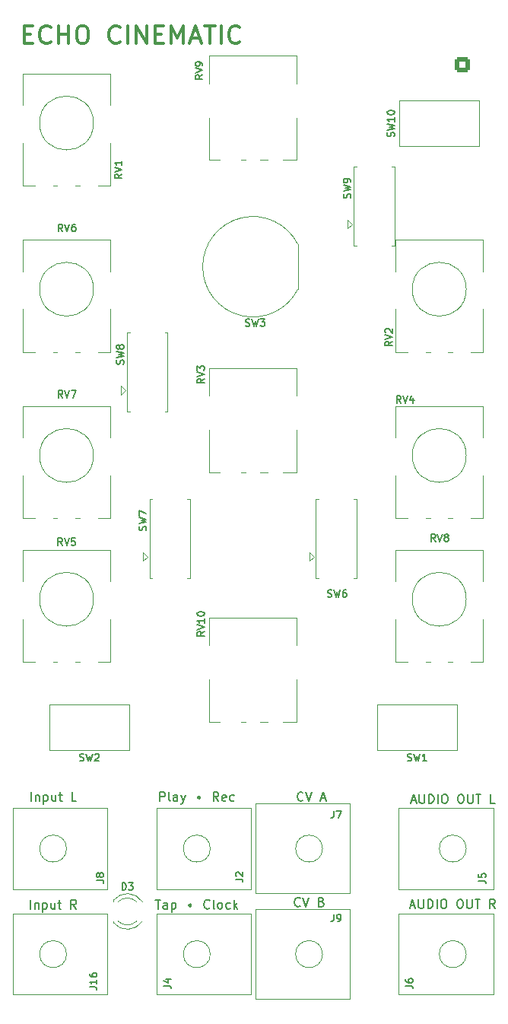
<source format=gto>
%TF.GenerationSoftware,KiCad,Pcbnew,7.0.10*%
%TF.CreationDate,2024-02-19T01:53:30+05:30*%
%TF.ProjectId,Echo Cinematic,4563686f-2043-4696-9e65-6d617469632e,rev?*%
%TF.SameCoordinates,Original*%
%TF.FileFunction,Legend,Top*%
%TF.FilePolarity,Positive*%
%FSLAX46Y46*%
G04 Gerber Fmt 4.6, Leading zero omitted, Abs format (unit mm)*
G04 Created by KiCad (PCBNEW 7.0.10) date 2024-02-19 01:53:30*
%MOMM*%
%LPD*%
G01*
G04 APERTURE LIST*
G04 Aperture macros list*
%AMRoundRect*
0 Rectangle with rounded corners*
0 $1 Rounding radius*
0 $2 $3 $4 $5 $6 $7 $8 $9 X,Y pos of 4 corners*
0 Add a 4 corners polygon primitive as box body*
4,1,4,$2,$3,$4,$5,$6,$7,$8,$9,$2,$3,0*
0 Add four circle primitives for the rounded corners*
1,1,$1+$1,$2,$3*
1,1,$1+$1,$4,$5*
1,1,$1+$1,$6,$7*
1,1,$1+$1,$8,$9*
0 Add four rect primitives between the rounded corners*
20,1,$1+$1,$2,$3,$4,$5,0*
20,1,$1+$1,$4,$5,$6,$7,0*
20,1,$1+$1,$6,$7,$8,$9,0*
20,1,$1+$1,$8,$9,$2,$3,0*%
G04 Aperture macros list end*
%ADD10C,0.300000*%
%ADD11C,0.150000*%
%ADD12C,0.120000*%
%ADD13O,1.300000X2.200000*%
%ADD14O,1.300000X2.000000*%
%ADD15O,1.200000X2.200000*%
%ADD16C,1.800000*%
%ADD17O,2.500000X3.800000*%
%ADD18C,2.000000*%
%ADD19O,2.720000X3.240000*%
%ADD20R,1.800000X1.800000*%
%ADD21O,2.500000X1.500000*%
%ADD22R,2.500000X1.500000*%
%ADD23O,3.500000X2.200000*%
%ADD24C,1.700000*%
%ADD25RoundRect,0.250000X0.600000X-0.600000X0.600000X0.600000X-0.600000X0.600000X-0.600000X-0.600000X0*%
G04 APERTURE END LIST*
D10*
X68547618Y-39862019D02*
X69214285Y-39862019D01*
X69499999Y-40909638D02*
X68547618Y-40909638D01*
X68547618Y-40909638D02*
X68547618Y-38909638D01*
X68547618Y-38909638D02*
X69499999Y-38909638D01*
X71499999Y-40719161D02*
X71404761Y-40814400D01*
X71404761Y-40814400D02*
X71119047Y-40909638D01*
X71119047Y-40909638D02*
X70928571Y-40909638D01*
X70928571Y-40909638D02*
X70642856Y-40814400D01*
X70642856Y-40814400D02*
X70452380Y-40623923D01*
X70452380Y-40623923D02*
X70357142Y-40433447D01*
X70357142Y-40433447D02*
X70261904Y-40052495D01*
X70261904Y-40052495D02*
X70261904Y-39766780D01*
X70261904Y-39766780D02*
X70357142Y-39385828D01*
X70357142Y-39385828D02*
X70452380Y-39195352D01*
X70452380Y-39195352D02*
X70642856Y-39004876D01*
X70642856Y-39004876D02*
X70928571Y-38909638D01*
X70928571Y-38909638D02*
X71119047Y-38909638D01*
X71119047Y-38909638D02*
X71404761Y-39004876D01*
X71404761Y-39004876D02*
X71499999Y-39100114D01*
X72357142Y-40909638D02*
X72357142Y-38909638D01*
X72357142Y-39862019D02*
X73499999Y-39862019D01*
X73499999Y-40909638D02*
X73499999Y-38909638D01*
X74833332Y-38909638D02*
X75214285Y-38909638D01*
X75214285Y-38909638D02*
X75404761Y-39004876D01*
X75404761Y-39004876D02*
X75595237Y-39195352D01*
X75595237Y-39195352D02*
X75690475Y-39576304D01*
X75690475Y-39576304D02*
X75690475Y-40242971D01*
X75690475Y-40242971D02*
X75595237Y-40623923D01*
X75595237Y-40623923D02*
X75404761Y-40814400D01*
X75404761Y-40814400D02*
X75214285Y-40909638D01*
X75214285Y-40909638D02*
X74833332Y-40909638D01*
X74833332Y-40909638D02*
X74642856Y-40814400D01*
X74642856Y-40814400D02*
X74452380Y-40623923D01*
X74452380Y-40623923D02*
X74357142Y-40242971D01*
X74357142Y-40242971D02*
X74357142Y-39576304D01*
X74357142Y-39576304D02*
X74452380Y-39195352D01*
X74452380Y-39195352D02*
X74642856Y-39004876D01*
X74642856Y-39004876D02*
X74833332Y-38909638D01*
X79214285Y-40719161D02*
X79119047Y-40814400D01*
X79119047Y-40814400D02*
X78833333Y-40909638D01*
X78833333Y-40909638D02*
X78642857Y-40909638D01*
X78642857Y-40909638D02*
X78357142Y-40814400D01*
X78357142Y-40814400D02*
X78166666Y-40623923D01*
X78166666Y-40623923D02*
X78071428Y-40433447D01*
X78071428Y-40433447D02*
X77976190Y-40052495D01*
X77976190Y-40052495D02*
X77976190Y-39766780D01*
X77976190Y-39766780D02*
X78071428Y-39385828D01*
X78071428Y-39385828D02*
X78166666Y-39195352D01*
X78166666Y-39195352D02*
X78357142Y-39004876D01*
X78357142Y-39004876D02*
X78642857Y-38909638D01*
X78642857Y-38909638D02*
X78833333Y-38909638D01*
X78833333Y-38909638D02*
X79119047Y-39004876D01*
X79119047Y-39004876D02*
X79214285Y-39100114D01*
X80071428Y-40909638D02*
X80071428Y-38909638D01*
X81023809Y-40909638D02*
X81023809Y-38909638D01*
X81023809Y-38909638D02*
X82166666Y-40909638D01*
X82166666Y-40909638D02*
X82166666Y-38909638D01*
X83119047Y-39862019D02*
X83785714Y-39862019D01*
X84071428Y-40909638D02*
X83119047Y-40909638D01*
X83119047Y-40909638D02*
X83119047Y-38909638D01*
X83119047Y-38909638D02*
X84071428Y-38909638D01*
X84928571Y-40909638D02*
X84928571Y-38909638D01*
X84928571Y-38909638D02*
X85595238Y-40338209D01*
X85595238Y-40338209D02*
X86261904Y-38909638D01*
X86261904Y-38909638D02*
X86261904Y-40909638D01*
X87119047Y-40338209D02*
X88071428Y-40338209D01*
X86928571Y-40909638D02*
X87595237Y-38909638D01*
X87595237Y-38909638D02*
X88261904Y-40909638D01*
X88642857Y-38909638D02*
X89785714Y-38909638D01*
X89214285Y-40909638D02*
X89214285Y-38909638D01*
X90452381Y-40909638D02*
X90452381Y-38909638D01*
X92547619Y-40719161D02*
X92452381Y-40814400D01*
X92452381Y-40814400D02*
X92166667Y-40909638D01*
X92166667Y-40909638D02*
X91976191Y-40909638D01*
X91976191Y-40909638D02*
X91690476Y-40814400D01*
X91690476Y-40814400D02*
X91500000Y-40623923D01*
X91500000Y-40623923D02*
X91404762Y-40433447D01*
X91404762Y-40433447D02*
X91309524Y-40052495D01*
X91309524Y-40052495D02*
X91309524Y-39766780D01*
X91309524Y-39766780D02*
X91404762Y-39385828D01*
X91404762Y-39385828D02*
X91500000Y-39195352D01*
X91500000Y-39195352D02*
X91690476Y-39004876D01*
X91690476Y-39004876D02*
X91976191Y-38909638D01*
X91976191Y-38909638D02*
X92166667Y-38909638D01*
X92166667Y-38909638D02*
X92452381Y-39004876D01*
X92452381Y-39004876D02*
X92547619Y-39100114D01*
D11*
X102983333Y-137812295D02*
X102983333Y-138383723D01*
X102983333Y-138383723D02*
X102945238Y-138498009D01*
X102945238Y-138498009D02*
X102869047Y-138574200D01*
X102869047Y-138574200D02*
X102754762Y-138612295D01*
X102754762Y-138612295D02*
X102678571Y-138612295D01*
X103402381Y-138612295D02*
X103554762Y-138612295D01*
X103554762Y-138612295D02*
X103630952Y-138574200D01*
X103630952Y-138574200D02*
X103669048Y-138536104D01*
X103669048Y-138536104D02*
X103745238Y-138421819D01*
X103745238Y-138421819D02*
X103783333Y-138269438D01*
X103783333Y-138269438D02*
X103783333Y-137964676D01*
X103783333Y-137964676D02*
X103745238Y-137888485D01*
X103745238Y-137888485D02*
X103707143Y-137850390D01*
X103707143Y-137850390D02*
X103630952Y-137812295D01*
X103630952Y-137812295D02*
X103478571Y-137812295D01*
X103478571Y-137812295D02*
X103402381Y-137850390D01*
X103402381Y-137850390D02*
X103364286Y-137888485D01*
X103364286Y-137888485D02*
X103326190Y-137964676D01*
X103326190Y-137964676D02*
X103326190Y-138155152D01*
X103326190Y-138155152D02*
X103364286Y-138231342D01*
X103364286Y-138231342D02*
X103402381Y-138269438D01*
X103402381Y-138269438D02*
X103478571Y-138307533D01*
X103478571Y-138307533D02*
X103630952Y-138307533D01*
X103630952Y-138307533D02*
X103707143Y-138269438D01*
X103707143Y-138269438D02*
X103745238Y-138231342D01*
X103745238Y-138231342D02*
X103783333Y-138155152D01*
X99249999Y-136859580D02*
X99202380Y-136907200D01*
X99202380Y-136907200D02*
X99059523Y-136954819D01*
X99059523Y-136954819D02*
X98964285Y-136954819D01*
X98964285Y-136954819D02*
X98821428Y-136907200D01*
X98821428Y-136907200D02*
X98726190Y-136811961D01*
X98726190Y-136811961D02*
X98678571Y-136716723D01*
X98678571Y-136716723D02*
X98630952Y-136526247D01*
X98630952Y-136526247D02*
X98630952Y-136383390D01*
X98630952Y-136383390D02*
X98678571Y-136192914D01*
X98678571Y-136192914D02*
X98726190Y-136097676D01*
X98726190Y-136097676D02*
X98821428Y-136002438D01*
X98821428Y-136002438D02*
X98964285Y-135954819D01*
X98964285Y-135954819D02*
X99059523Y-135954819D01*
X99059523Y-135954819D02*
X99202380Y-136002438D01*
X99202380Y-136002438D02*
X99249999Y-136050057D01*
X99535714Y-135954819D02*
X99869047Y-136954819D01*
X99869047Y-136954819D02*
X100202380Y-135954819D01*
X101630952Y-136431009D02*
X101773809Y-136478628D01*
X101773809Y-136478628D02*
X101821428Y-136526247D01*
X101821428Y-136526247D02*
X101869047Y-136621485D01*
X101869047Y-136621485D02*
X101869047Y-136764342D01*
X101869047Y-136764342D02*
X101821428Y-136859580D01*
X101821428Y-136859580D02*
X101773809Y-136907200D01*
X101773809Y-136907200D02*
X101678571Y-136954819D01*
X101678571Y-136954819D02*
X101297619Y-136954819D01*
X101297619Y-136954819D02*
X101297619Y-135954819D01*
X101297619Y-135954819D02*
X101630952Y-135954819D01*
X101630952Y-135954819D02*
X101726190Y-136002438D01*
X101726190Y-136002438D02*
X101773809Y-136050057D01*
X101773809Y-136050057D02*
X101821428Y-136145295D01*
X101821428Y-136145295D02*
X101821428Y-136240533D01*
X101821428Y-136240533D02*
X101773809Y-136335771D01*
X101773809Y-136335771D02*
X101726190Y-136383390D01*
X101726190Y-136383390D02*
X101630952Y-136431009D01*
X101630952Y-136431009D02*
X101297619Y-136431009D01*
X102983333Y-126312295D02*
X102983333Y-126883723D01*
X102983333Y-126883723D02*
X102945238Y-126998009D01*
X102945238Y-126998009D02*
X102869047Y-127074200D01*
X102869047Y-127074200D02*
X102754762Y-127112295D01*
X102754762Y-127112295D02*
X102678571Y-127112295D01*
X103288095Y-126312295D02*
X103821429Y-126312295D01*
X103821429Y-126312295D02*
X103478571Y-127112295D01*
X99571428Y-125109580D02*
X99523809Y-125157200D01*
X99523809Y-125157200D02*
X99380952Y-125204819D01*
X99380952Y-125204819D02*
X99285714Y-125204819D01*
X99285714Y-125204819D02*
X99142857Y-125157200D01*
X99142857Y-125157200D02*
X99047619Y-125061961D01*
X99047619Y-125061961D02*
X99000000Y-124966723D01*
X99000000Y-124966723D02*
X98952381Y-124776247D01*
X98952381Y-124776247D02*
X98952381Y-124633390D01*
X98952381Y-124633390D02*
X99000000Y-124442914D01*
X99000000Y-124442914D02*
X99047619Y-124347676D01*
X99047619Y-124347676D02*
X99142857Y-124252438D01*
X99142857Y-124252438D02*
X99285714Y-124204819D01*
X99285714Y-124204819D02*
X99380952Y-124204819D01*
X99380952Y-124204819D02*
X99523809Y-124252438D01*
X99523809Y-124252438D02*
X99571428Y-124300057D01*
X99857143Y-124204819D02*
X100190476Y-125204819D01*
X100190476Y-125204819D02*
X100523809Y-124204819D01*
X101571429Y-124919104D02*
X102047619Y-124919104D01*
X101476191Y-125204819D02*
X101809524Y-124204819D01*
X101809524Y-124204819D02*
X102142857Y-125204819D01*
X92078295Y-133924666D02*
X92649723Y-133924666D01*
X92649723Y-133924666D02*
X92764009Y-133962761D01*
X92764009Y-133962761D02*
X92840200Y-134038952D01*
X92840200Y-134038952D02*
X92878295Y-134153237D01*
X92878295Y-134153237D02*
X92878295Y-134229428D01*
X92154485Y-133581809D02*
X92116390Y-133543713D01*
X92116390Y-133543713D02*
X92078295Y-133467523D01*
X92078295Y-133467523D02*
X92078295Y-133277047D01*
X92078295Y-133277047D02*
X92116390Y-133200856D01*
X92116390Y-133200856D02*
X92154485Y-133162761D01*
X92154485Y-133162761D02*
X92230676Y-133124666D01*
X92230676Y-133124666D02*
X92306866Y-133124666D01*
X92306866Y-133124666D02*
X92421152Y-133162761D01*
X92421152Y-133162761D02*
X92878295Y-133619904D01*
X92878295Y-133619904D02*
X92878295Y-133124666D01*
X83654761Y-125204819D02*
X83654761Y-124204819D01*
X83654761Y-124204819D02*
X84035713Y-124204819D01*
X84035713Y-124204819D02*
X84130951Y-124252438D01*
X84130951Y-124252438D02*
X84178570Y-124300057D01*
X84178570Y-124300057D02*
X84226189Y-124395295D01*
X84226189Y-124395295D02*
X84226189Y-124538152D01*
X84226189Y-124538152D02*
X84178570Y-124633390D01*
X84178570Y-124633390D02*
X84130951Y-124681009D01*
X84130951Y-124681009D02*
X84035713Y-124728628D01*
X84035713Y-124728628D02*
X83654761Y-124728628D01*
X84797618Y-125204819D02*
X84702380Y-125157200D01*
X84702380Y-125157200D02*
X84654761Y-125061961D01*
X84654761Y-125061961D02*
X84654761Y-124204819D01*
X85607142Y-125204819D02*
X85607142Y-124681009D01*
X85607142Y-124681009D02*
X85559523Y-124585771D01*
X85559523Y-124585771D02*
X85464285Y-124538152D01*
X85464285Y-124538152D02*
X85273809Y-124538152D01*
X85273809Y-124538152D02*
X85178571Y-124585771D01*
X85607142Y-125157200D02*
X85511904Y-125204819D01*
X85511904Y-125204819D02*
X85273809Y-125204819D01*
X85273809Y-125204819D02*
X85178571Y-125157200D01*
X85178571Y-125157200D02*
X85130952Y-125061961D01*
X85130952Y-125061961D02*
X85130952Y-124966723D01*
X85130952Y-124966723D02*
X85178571Y-124871485D01*
X85178571Y-124871485D02*
X85273809Y-124823866D01*
X85273809Y-124823866D02*
X85511904Y-124823866D01*
X85511904Y-124823866D02*
X85607142Y-124776247D01*
X85988095Y-124538152D02*
X86226190Y-125204819D01*
X86464285Y-124538152D02*
X86226190Y-125204819D01*
X86226190Y-125204819D02*
X86130952Y-125442914D01*
X86130952Y-125442914D02*
X86083333Y-125490533D01*
X86083333Y-125490533D02*
X85988095Y-125538152D01*
X87892857Y-124728628D02*
X87892857Y-124919104D01*
X87940476Y-124919104D02*
X87940476Y-124728628D01*
X87988095Y-124681009D02*
X87988095Y-124966723D01*
X88035714Y-124919104D02*
X88035714Y-124728628D01*
X88083333Y-124728628D02*
X88083333Y-124919104D01*
X87892857Y-124871485D02*
X87988095Y-124966723D01*
X87988095Y-124966723D02*
X88083333Y-124871485D01*
X87892857Y-124776247D02*
X87988095Y-124681009D01*
X87988095Y-124681009D02*
X88083333Y-124776247D01*
X87892857Y-124728628D02*
X87988095Y-124681009D01*
X87988095Y-124681009D02*
X88083333Y-124728628D01*
X88083333Y-124728628D02*
X88130952Y-124823866D01*
X88130952Y-124823866D02*
X88083333Y-124919104D01*
X88083333Y-124919104D02*
X87988095Y-124966723D01*
X87988095Y-124966723D02*
X87892857Y-124919104D01*
X87892857Y-124919104D02*
X87845238Y-124823866D01*
X87845238Y-124823866D02*
X87892857Y-124728628D01*
X90178571Y-125204819D02*
X89845238Y-124728628D01*
X89607143Y-125204819D02*
X89607143Y-124204819D01*
X89607143Y-124204819D02*
X89988095Y-124204819D01*
X89988095Y-124204819D02*
X90083333Y-124252438D01*
X90083333Y-124252438D02*
X90130952Y-124300057D01*
X90130952Y-124300057D02*
X90178571Y-124395295D01*
X90178571Y-124395295D02*
X90178571Y-124538152D01*
X90178571Y-124538152D02*
X90130952Y-124633390D01*
X90130952Y-124633390D02*
X90083333Y-124681009D01*
X90083333Y-124681009D02*
X89988095Y-124728628D01*
X89988095Y-124728628D02*
X89607143Y-124728628D01*
X90988095Y-125157200D02*
X90892857Y-125204819D01*
X90892857Y-125204819D02*
X90702381Y-125204819D01*
X90702381Y-125204819D02*
X90607143Y-125157200D01*
X90607143Y-125157200D02*
X90559524Y-125061961D01*
X90559524Y-125061961D02*
X90559524Y-124681009D01*
X90559524Y-124681009D02*
X90607143Y-124585771D01*
X90607143Y-124585771D02*
X90702381Y-124538152D01*
X90702381Y-124538152D02*
X90892857Y-124538152D01*
X90892857Y-124538152D02*
X90988095Y-124585771D01*
X90988095Y-124585771D02*
X91035714Y-124681009D01*
X91035714Y-124681009D02*
X91035714Y-124776247D01*
X91035714Y-124776247D02*
X90559524Y-124871485D01*
X91892857Y-125157200D02*
X91797619Y-125204819D01*
X91797619Y-125204819D02*
X91607143Y-125204819D01*
X91607143Y-125204819D02*
X91511905Y-125157200D01*
X91511905Y-125157200D02*
X91464286Y-125109580D01*
X91464286Y-125109580D02*
X91416667Y-125014342D01*
X91416667Y-125014342D02*
X91416667Y-124728628D01*
X91416667Y-124728628D02*
X91464286Y-124633390D01*
X91464286Y-124633390D02*
X91511905Y-124585771D01*
X91511905Y-124585771D02*
X91607143Y-124538152D01*
X91607143Y-124538152D02*
X91797619Y-124538152D01*
X91797619Y-124538152D02*
X91892857Y-124585771D01*
X119114295Y-134068666D02*
X119685723Y-134068666D01*
X119685723Y-134068666D02*
X119800009Y-134106761D01*
X119800009Y-134106761D02*
X119876200Y-134182952D01*
X119876200Y-134182952D02*
X119914295Y-134297237D01*
X119914295Y-134297237D02*
X119914295Y-134373428D01*
X119114295Y-133306761D02*
X119114295Y-133687713D01*
X119114295Y-133687713D02*
X119495247Y-133725809D01*
X119495247Y-133725809D02*
X119457152Y-133687713D01*
X119457152Y-133687713D02*
X119419057Y-133611523D01*
X119419057Y-133611523D02*
X119419057Y-133421047D01*
X119419057Y-133421047D02*
X119457152Y-133344856D01*
X119457152Y-133344856D02*
X119495247Y-133306761D01*
X119495247Y-133306761D02*
X119571438Y-133268666D01*
X119571438Y-133268666D02*
X119761914Y-133268666D01*
X119761914Y-133268666D02*
X119838104Y-133306761D01*
X119838104Y-133306761D02*
X119876200Y-133344856D01*
X119876200Y-133344856D02*
X119914295Y-133421047D01*
X119914295Y-133421047D02*
X119914295Y-133611523D01*
X119914295Y-133611523D02*
X119876200Y-133687713D01*
X119876200Y-133687713D02*
X119838104Y-133725809D01*
X111630952Y-125169104D02*
X112107142Y-125169104D01*
X111535714Y-125454819D02*
X111869047Y-124454819D01*
X111869047Y-124454819D02*
X112202380Y-125454819D01*
X112535714Y-124454819D02*
X112535714Y-125264342D01*
X112535714Y-125264342D02*
X112583333Y-125359580D01*
X112583333Y-125359580D02*
X112630952Y-125407200D01*
X112630952Y-125407200D02*
X112726190Y-125454819D01*
X112726190Y-125454819D02*
X112916666Y-125454819D01*
X112916666Y-125454819D02*
X113011904Y-125407200D01*
X113011904Y-125407200D02*
X113059523Y-125359580D01*
X113059523Y-125359580D02*
X113107142Y-125264342D01*
X113107142Y-125264342D02*
X113107142Y-124454819D01*
X113583333Y-125454819D02*
X113583333Y-124454819D01*
X113583333Y-124454819D02*
X113821428Y-124454819D01*
X113821428Y-124454819D02*
X113964285Y-124502438D01*
X113964285Y-124502438D02*
X114059523Y-124597676D01*
X114059523Y-124597676D02*
X114107142Y-124692914D01*
X114107142Y-124692914D02*
X114154761Y-124883390D01*
X114154761Y-124883390D02*
X114154761Y-125026247D01*
X114154761Y-125026247D02*
X114107142Y-125216723D01*
X114107142Y-125216723D02*
X114059523Y-125311961D01*
X114059523Y-125311961D02*
X113964285Y-125407200D01*
X113964285Y-125407200D02*
X113821428Y-125454819D01*
X113821428Y-125454819D02*
X113583333Y-125454819D01*
X114583333Y-125454819D02*
X114583333Y-124454819D01*
X115249999Y-124454819D02*
X115440475Y-124454819D01*
X115440475Y-124454819D02*
X115535713Y-124502438D01*
X115535713Y-124502438D02*
X115630951Y-124597676D01*
X115630951Y-124597676D02*
X115678570Y-124788152D01*
X115678570Y-124788152D02*
X115678570Y-125121485D01*
X115678570Y-125121485D02*
X115630951Y-125311961D01*
X115630951Y-125311961D02*
X115535713Y-125407200D01*
X115535713Y-125407200D02*
X115440475Y-125454819D01*
X115440475Y-125454819D02*
X115249999Y-125454819D01*
X115249999Y-125454819D02*
X115154761Y-125407200D01*
X115154761Y-125407200D02*
X115059523Y-125311961D01*
X115059523Y-125311961D02*
X115011904Y-125121485D01*
X115011904Y-125121485D02*
X115011904Y-124788152D01*
X115011904Y-124788152D02*
X115059523Y-124597676D01*
X115059523Y-124597676D02*
X115154761Y-124502438D01*
X115154761Y-124502438D02*
X115249999Y-124454819D01*
X117059523Y-124454819D02*
X117249999Y-124454819D01*
X117249999Y-124454819D02*
X117345237Y-124502438D01*
X117345237Y-124502438D02*
X117440475Y-124597676D01*
X117440475Y-124597676D02*
X117488094Y-124788152D01*
X117488094Y-124788152D02*
X117488094Y-125121485D01*
X117488094Y-125121485D02*
X117440475Y-125311961D01*
X117440475Y-125311961D02*
X117345237Y-125407200D01*
X117345237Y-125407200D02*
X117249999Y-125454819D01*
X117249999Y-125454819D02*
X117059523Y-125454819D01*
X117059523Y-125454819D02*
X116964285Y-125407200D01*
X116964285Y-125407200D02*
X116869047Y-125311961D01*
X116869047Y-125311961D02*
X116821428Y-125121485D01*
X116821428Y-125121485D02*
X116821428Y-124788152D01*
X116821428Y-124788152D02*
X116869047Y-124597676D01*
X116869047Y-124597676D02*
X116964285Y-124502438D01*
X116964285Y-124502438D02*
X117059523Y-124454819D01*
X117916666Y-124454819D02*
X117916666Y-125264342D01*
X117916666Y-125264342D02*
X117964285Y-125359580D01*
X117964285Y-125359580D02*
X118011904Y-125407200D01*
X118011904Y-125407200D02*
X118107142Y-125454819D01*
X118107142Y-125454819D02*
X118297618Y-125454819D01*
X118297618Y-125454819D02*
X118392856Y-125407200D01*
X118392856Y-125407200D02*
X118440475Y-125359580D01*
X118440475Y-125359580D02*
X118488094Y-125264342D01*
X118488094Y-125264342D02*
X118488094Y-124454819D01*
X118821428Y-124454819D02*
X119392856Y-124454819D01*
X119107142Y-125454819D02*
X119107142Y-124454819D01*
X120964285Y-125454819D02*
X120488095Y-125454819D01*
X120488095Y-125454819D02*
X120488095Y-124454819D01*
X110986295Y-145766666D02*
X111557723Y-145766666D01*
X111557723Y-145766666D02*
X111672009Y-145804761D01*
X111672009Y-145804761D02*
X111748200Y-145880952D01*
X111748200Y-145880952D02*
X111786295Y-145995237D01*
X111786295Y-145995237D02*
X111786295Y-146071428D01*
X110986295Y-145042856D02*
X110986295Y-145195237D01*
X110986295Y-145195237D02*
X111024390Y-145271428D01*
X111024390Y-145271428D02*
X111062485Y-145309523D01*
X111062485Y-145309523D02*
X111176771Y-145385713D01*
X111176771Y-145385713D02*
X111329152Y-145423809D01*
X111329152Y-145423809D02*
X111633914Y-145423809D01*
X111633914Y-145423809D02*
X111710104Y-145385713D01*
X111710104Y-145385713D02*
X111748200Y-145347618D01*
X111748200Y-145347618D02*
X111786295Y-145271428D01*
X111786295Y-145271428D02*
X111786295Y-145119047D01*
X111786295Y-145119047D02*
X111748200Y-145042856D01*
X111748200Y-145042856D02*
X111710104Y-145004761D01*
X111710104Y-145004761D02*
X111633914Y-144966666D01*
X111633914Y-144966666D02*
X111443438Y-144966666D01*
X111443438Y-144966666D02*
X111367247Y-145004761D01*
X111367247Y-145004761D02*
X111329152Y-145042856D01*
X111329152Y-145042856D02*
X111291057Y-145119047D01*
X111291057Y-145119047D02*
X111291057Y-145271428D01*
X111291057Y-145271428D02*
X111329152Y-145347618D01*
X111329152Y-145347618D02*
X111367247Y-145385713D01*
X111367247Y-145385713D02*
X111443438Y-145423809D01*
X111535714Y-136856504D02*
X112011904Y-136856504D01*
X111440476Y-137142219D02*
X111773809Y-136142219D01*
X111773809Y-136142219D02*
X112107142Y-137142219D01*
X112440476Y-136142219D02*
X112440476Y-136951742D01*
X112440476Y-136951742D02*
X112488095Y-137046980D01*
X112488095Y-137046980D02*
X112535714Y-137094600D01*
X112535714Y-137094600D02*
X112630952Y-137142219D01*
X112630952Y-137142219D02*
X112821428Y-137142219D01*
X112821428Y-137142219D02*
X112916666Y-137094600D01*
X112916666Y-137094600D02*
X112964285Y-137046980D01*
X112964285Y-137046980D02*
X113011904Y-136951742D01*
X113011904Y-136951742D02*
X113011904Y-136142219D01*
X113488095Y-137142219D02*
X113488095Y-136142219D01*
X113488095Y-136142219D02*
X113726190Y-136142219D01*
X113726190Y-136142219D02*
X113869047Y-136189838D01*
X113869047Y-136189838D02*
X113964285Y-136285076D01*
X113964285Y-136285076D02*
X114011904Y-136380314D01*
X114011904Y-136380314D02*
X114059523Y-136570790D01*
X114059523Y-136570790D02*
X114059523Y-136713647D01*
X114059523Y-136713647D02*
X114011904Y-136904123D01*
X114011904Y-136904123D02*
X113964285Y-136999361D01*
X113964285Y-136999361D02*
X113869047Y-137094600D01*
X113869047Y-137094600D02*
X113726190Y-137142219D01*
X113726190Y-137142219D02*
X113488095Y-137142219D01*
X114488095Y-137142219D02*
X114488095Y-136142219D01*
X115154761Y-136142219D02*
X115345237Y-136142219D01*
X115345237Y-136142219D02*
X115440475Y-136189838D01*
X115440475Y-136189838D02*
X115535713Y-136285076D01*
X115535713Y-136285076D02*
X115583332Y-136475552D01*
X115583332Y-136475552D02*
X115583332Y-136808885D01*
X115583332Y-136808885D02*
X115535713Y-136999361D01*
X115535713Y-136999361D02*
X115440475Y-137094600D01*
X115440475Y-137094600D02*
X115345237Y-137142219D01*
X115345237Y-137142219D02*
X115154761Y-137142219D01*
X115154761Y-137142219D02*
X115059523Y-137094600D01*
X115059523Y-137094600D02*
X114964285Y-136999361D01*
X114964285Y-136999361D02*
X114916666Y-136808885D01*
X114916666Y-136808885D02*
X114916666Y-136475552D01*
X114916666Y-136475552D02*
X114964285Y-136285076D01*
X114964285Y-136285076D02*
X115059523Y-136189838D01*
X115059523Y-136189838D02*
X115154761Y-136142219D01*
X116964285Y-136142219D02*
X117154761Y-136142219D01*
X117154761Y-136142219D02*
X117249999Y-136189838D01*
X117249999Y-136189838D02*
X117345237Y-136285076D01*
X117345237Y-136285076D02*
X117392856Y-136475552D01*
X117392856Y-136475552D02*
X117392856Y-136808885D01*
X117392856Y-136808885D02*
X117345237Y-136999361D01*
X117345237Y-136999361D02*
X117249999Y-137094600D01*
X117249999Y-137094600D02*
X117154761Y-137142219D01*
X117154761Y-137142219D02*
X116964285Y-137142219D01*
X116964285Y-137142219D02*
X116869047Y-137094600D01*
X116869047Y-137094600D02*
X116773809Y-136999361D01*
X116773809Y-136999361D02*
X116726190Y-136808885D01*
X116726190Y-136808885D02*
X116726190Y-136475552D01*
X116726190Y-136475552D02*
X116773809Y-136285076D01*
X116773809Y-136285076D02*
X116869047Y-136189838D01*
X116869047Y-136189838D02*
X116964285Y-136142219D01*
X117821428Y-136142219D02*
X117821428Y-136951742D01*
X117821428Y-136951742D02*
X117869047Y-137046980D01*
X117869047Y-137046980D02*
X117916666Y-137094600D01*
X117916666Y-137094600D02*
X118011904Y-137142219D01*
X118011904Y-137142219D02*
X118202380Y-137142219D01*
X118202380Y-137142219D02*
X118297618Y-137094600D01*
X118297618Y-137094600D02*
X118345237Y-137046980D01*
X118345237Y-137046980D02*
X118392856Y-136951742D01*
X118392856Y-136951742D02*
X118392856Y-136142219D01*
X118726190Y-136142219D02*
X119297618Y-136142219D01*
X119011904Y-137142219D02*
X119011904Y-136142219D01*
X120964285Y-137142219D02*
X120630952Y-136666028D01*
X120392857Y-137142219D02*
X120392857Y-136142219D01*
X120392857Y-136142219D02*
X120773809Y-136142219D01*
X120773809Y-136142219D02*
X120869047Y-136189838D01*
X120869047Y-136189838D02*
X120916666Y-136237457D01*
X120916666Y-136237457D02*
X120964285Y-136332695D01*
X120964285Y-136332695D02*
X120964285Y-136475552D01*
X120964285Y-136475552D02*
X120916666Y-136570790D01*
X120916666Y-136570790D02*
X120869047Y-136618409D01*
X120869047Y-136618409D02*
X120773809Y-136666028D01*
X120773809Y-136666028D02*
X120392857Y-136666028D01*
X110463810Y-80896295D02*
X110197143Y-80515342D01*
X110006667Y-80896295D02*
X110006667Y-80096295D01*
X110006667Y-80096295D02*
X110311429Y-80096295D01*
X110311429Y-80096295D02*
X110387619Y-80134390D01*
X110387619Y-80134390D02*
X110425714Y-80172485D01*
X110425714Y-80172485D02*
X110463810Y-80248676D01*
X110463810Y-80248676D02*
X110463810Y-80362961D01*
X110463810Y-80362961D02*
X110425714Y-80439152D01*
X110425714Y-80439152D02*
X110387619Y-80477247D01*
X110387619Y-80477247D02*
X110311429Y-80515342D01*
X110311429Y-80515342D02*
X110006667Y-80515342D01*
X110692381Y-80096295D02*
X110959048Y-80896295D01*
X110959048Y-80896295D02*
X111225714Y-80096295D01*
X111835238Y-80362961D02*
X111835238Y-80896295D01*
X111644762Y-80058200D02*
X111454285Y-80629628D01*
X111454285Y-80629628D02*
X111949524Y-80629628D01*
X109524295Y-74060189D02*
X109143342Y-74326856D01*
X109524295Y-74517332D02*
X108724295Y-74517332D01*
X108724295Y-74517332D02*
X108724295Y-74212570D01*
X108724295Y-74212570D02*
X108762390Y-74136380D01*
X108762390Y-74136380D02*
X108800485Y-74098285D01*
X108800485Y-74098285D02*
X108876676Y-74060189D01*
X108876676Y-74060189D02*
X108990961Y-74060189D01*
X108990961Y-74060189D02*
X109067152Y-74098285D01*
X109067152Y-74098285D02*
X109105247Y-74136380D01*
X109105247Y-74136380D02*
X109143342Y-74212570D01*
X109143342Y-74212570D02*
X109143342Y-74517332D01*
X108724295Y-73831618D02*
X109524295Y-73564951D01*
X109524295Y-73564951D02*
X108724295Y-73298285D01*
X108800485Y-73069714D02*
X108762390Y-73031618D01*
X108762390Y-73031618D02*
X108724295Y-72955428D01*
X108724295Y-72955428D02*
X108724295Y-72764952D01*
X108724295Y-72764952D02*
X108762390Y-72688761D01*
X108762390Y-72688761D02*
X108800485Y-72650666D01*
X108800485Y-72650666D02*
X108876676Y-72612571D01*
X108876676Y-72612571D02*
X108952866Y-72612571D01*
X108952866Y-72612571D02*
X109067152Y-72650666D01*
X109067152Y-72650666D02*
X109524295Y-73107809D01*
X109524295Y-73107809D02*
X109524295Y-72612571D01*
X72773810Y-96762295D02*
X72507143Y-96381342D01*
X72316667Y-96762295D02*
X72316667Y-95962295D01*
X72316667Y-95962295D02*
X72621429Y-95962295D01*
X72621429Y-95962295D02*
X72697619Y-96000390D01*
X72697619Y-96000390D02*
X72735714Y-96038485D01*
X72735714Y-96038485D02*
X72773810Y-96114676D01*
X72773810Y-96114676D02*
X72773810Y-96228961D01*
X72773810Y-96228961D02*
X72735714Y-96305152D01*
X72735714Y-96305152D02*
X72697619Y-96343247D01*
X72697619Y-96343247D02*
X72621429Y-96381342D01*
X72621429Y-96381342D02*
X72316667Y-96381342D01*
X73002381Y-95962295D02*
X73269048Y-96762295D01*
X73269048Y-96762295D02*
X73535714Y-95962295D01*
X74183333Y-95962295D02*
X73802381Y-95962295D01*
X73802381Y-95962295D02*
X73764285Y-96343247D01*
X73764285Y-96343247D02*
X73802381Y-96305152D01*
X73802381Y-96305152D02*
X73878571Y-96267057D01*
X73878571Y-96267057D02*
X74069047Y-96267057D01*
X74069047Y-96267057D02*
X74145238Y-96305152D01*
X74145238Y-96305152D02*
X74183333Y-96343247D01*
X74183333Y-96343247D02*
X74221428Y-96419438D01*
X74221428Y-96419438D02*
X74221428Y-96609914D01*
X74221428Y-96609914D02*
X74183333Y-96686104D01*
X74183333Y-96686104D02*
X74145238Y-96724200D01*
X74145238Y-96724200D02*
X74069047Y-96762295D01*
X74069047Y-96762295D02*
X73878571Y-96762295D01*
X73878571Y-96762295D02*
X73802381Y-96724200D01*
X73802381Y-96724200D02*
X73764285Y-96686104D01*
X72823810Y-61812295D02*
X72557143Y-61431342D01*
X72366667Y-61812295D02*
X72366667Y-61012295D01*
X72366667Y-61012295D02*
X72671429Y-61012295D01*
X72671429Y-61012295D02*
X72747619Y-61050390D01*
X72747619Y-61050390D02*
X72785714Y-61088485D01*
X72785714Y-61088485D02*
X72823810Y-61164676D01*
X72823810Y-61164676D02*
X72823810Y-61278961D01*
X72823810Y-61278961D02*
X72785714Y-61355152D01*
X72785714Y-61355152D02*
X72747619Y-61393247D01*
X72747619Y-61393247D02*
X72671429Y-61431342D01*
X72671429Y-61431342D02*
X72366667Y-61431342D01*
X73052381Y-61012295D02*
X73319048Y-61812295D01*
X73319048Y-61812295D02*
X73585714Y-61012295D01*
X74195238Y-61012295D02*
X74042857Y-61012295D01*
X74042857Y-61012295D02*
X73966666Y-61050390D01*
X73966666Y-61050390D02*
X73928571Y-61088485D01*
X73928571Y-61088485D02*
X73852381Y-61202771D01*
X73852381Y-61202771D02*
X73814285Y-61355152D01*
X73814285Y-61355152D02*
X73814285Y-61659914D01*
X73814285Y-61659914D02*
X73852381Y-61736104D01*
X73852381Y-61736104D02*
X73890476Y-61774200D01*
X73890476Y-61774200D02*
X73966666Y-61812295D01*
X73966666Y-61812295D02*
X74119047Y-61812295D01*
X74119047Y-61812295D02*
X74195238Y-61774200D01*
X74195238Y-61774200D02*
X74233333Y-61736104D01*
X74233333Y-61736104D02*
X74271428Y-61659914D01*
X74271428Y-61659914D02*
X74271428Y-61469438D01*
X74271428Y-61469438D02*
X74233333Y-61393247D01*
X74233333Y-61393247D02*
X74195238Y-61355152D01*
X74195238Y-61355152D02*
X74119047Y-61317057D01*
X74119047Y-61317057D02*
X73966666Y-61317057D01*
X73966666Y-61317057D02*
X73890476Y-61355152D01*
X73890476Y-61355152D02*
X73852381Y-61393247D01*
X73852381Y-61393247D02*
X73814285Y-61469438D01*
X72823810Y-80312295D02*
X72557143Y-79931342D01*
X72366667Y-80312295D02*
X72366667Y-79512295D01*
X72366667Y-79512295D02*
X72671429Y-79512295D01*
X72671429Y-79512295D02*
X72747619Y-79550390D01*
X72747619Y-79550390D02*
X72785714Y-79588485D01*
X72785714Y-79588485D02*
X72823810Y-79664676D01*
X72823810Y-79664676D02*
X72823810Y-79778961D01*
X72823810Y-79778961D02*
X72785714Y-79855152D01*
X72785714Y-79855152D02*
X72747619Y-79893247D01*
X72747619Y-79893247D02*
X72671429Y-79931342D01*
X72671429Y-79931342D02*
X72366667Y-79931342D01*
X73052381Y-79512295D02*
X73319048Y-80312295D01*
X73319048Y-80312295D02*
X73585714Y-79512295D01*
X73776190Y-79512295D02*
X74309524Y-79512295D01*
X74309524Y-79512295D02*
X73966666Y-80312295D01*
X114323810Y-96312295D02*
X114057143Y-95931342D01*
X113866667Y-96312295D02*
X113866667Y-95512295D01*
X113866667Y-95512295D02*
X114171429Y-95512295D01*
X114171429Y-95512295D02*
X114247619Y-95550390D01*
X114247619Y-95550390D02*
X114285714Y-95588485D01*
X114285714Y-95588485D02*
X114323810Y-95664676D01*
X114323810Y-95664676D02*
X114323810Y-95778961D01*
X114323810Y-95778961D02*
X114285714Y-95855152D01*
X114285714Y-95855152D02*
X114247619Y-95893247D01*
X114247619Y-95893247D02*
X114171429Y-95931342D01*
X114171429Y-95931342D02*
X113866667Y-95931342D01*
X114552381Y-95512295D02*
X114819048Y-96312295D01*
X114819048Y-96312295D02*
X115085714Y-95512295D01*
X115466666Y-95855152D02*
X115390476Y-95817057D01*
X115390476Y-95817057D02*
X115352381Y-95778961D01*
X115352381Y-95778961D02*
X115314285Y-95702771D01*
X115314285Y-95702771D02*
X115314285Y-95664676D01*
X115314285Y-95664676D02*
X115352381Y-95588485D01*
X115352381Y-95588485D02*
X115390476Y-95550390D01*
X115390476Y-95550390D02*
X115466666Y-95512295D01*
X115466666Y-95512295D02*
X115619047Y-95512295D01*
X115619047Y-95512295D02*
X115695238Y-95550390D01*
X115695238Y-95550390D02*
X115733333Y-95588485D01*
X115733333Y-95588485D02*
X115771428Y-95664676D01*
X115771428Y-95664676D02*
X115771428Y-95702771D01*
X115771428Y-95702771D02*
X115733333Y-95778961D01*
X115733333Y-95778961D02*
X115695238Y-95817057D01*
X115695238Y-95817057D02*
X115619047Y-95855152D01*
X115619047Y-95855152D02*
X115466666Y-95855152D01*
X115466666Y-95855152D02*
X115390476Y-95893247D01*
X115390476Y-95893247D02*
X115352381Y-95931342D01*
X115352381Y-95931342D02*
X115314285Y-96007533D01*
X115314285Y-96007533D02*
X115314285Y-96159914D01*
X115314285Y-96159914D02*
X115352381Y-96236104D01*
X115352381Y-96236104D02*
X115390476Y-96274200D01*
X115390476Y-96274200D02*
X115466666Y-96312295D01*
X115466666Y-96312295D02*
X115619047Y-96312295D01*
X115619047Y-96312295D02*
X115695238Y-96274200D01*
X115695238Y-96274200D02*
X115733333Y-96236104D01*
X115733333Y-96236104D02*
X115771428Y-96159914D01*
X115771428Y-96159914D02*
X115771428Y-96007533D01*
X115771428Y-96007533D02*
X115733333Y-95931342D01*
X115733333Y-95931342D02*
X115695238Y-95893247D01*
X115695238Y-95893247D02*
X115619047Y-95855152D01*
X111203332Y-120714200D02*
X111317618Y-120752295D01*
X111317618Y-120752295D02*
X111508094Y-120752295D01*
X111508094Y-120752295D02*
X111584285Y-120714200D01*
X111584285Y-120714200D02*
X111622380Y-120676104D01*
X111622380Y-120676104D02*
X111660475Y-120599914D01*
X111660475Y-120599914D02*
X111660475Y-120523723D01*
X111660475Y-120523723D02*
X111622380Y-120447533D01*
X111622380Y-120447533D02*
X111584285Y-120409438D01*
X111584285Y-120409438D02*
X111508094Y-120371342D01*
X111508094Y-120371342D02*
X111355713Y-120333247D01*
X111355713Y-120333247D02*
X111279523Y-120295152D01*
X111279523Y-120295152D02*
X111241428Y-120257057D01*
X111241428Y-120257057D02*
X111203332Y-120180866D01*
X111203332Y-120180866D02*
X111203332Y-120104676D01*
X111203332Y-120104676D02*
X111241428Y-120028485D01*
X111241428Y-120028485D02*
X111279523Y-119990390D01*
X111279523Y-119990390D02*
X111355713Y-119952295D01*
X111355713Y-119952295D02*
X111546190Y-119952295D01*
X111546190Y-119952295D02*
X111660475Y-119990390D01*
X111927142Y-119952295D02*
X112117618Y-120752295D01*
X112117618Y-120752295D02*
X112269999Y-120180866D01*
X112269999Y-120180866D02*
X112422380Y-120752295D01*
X112422380Y-120752295D02*
X112612857Y-119952295D01*
X113336666Y-120752295D02*
X112879523Y-120752295D01*
X113108095Y-120752295D02*
X113108095Y-119952295D01*
X113108095Y-119952295D02*
X113031904Y-120066580D01*
X113031904Y-120066580D02*
X112955714Y-120142771D01*
X112955714Y-120142771D02*
X112879523Y-120180866D01*
X74726832Y-120716200D02*
X74841118Y-120754295D01*
X74841118Y-120754295D02*
X75031594Y-120754295D01*
X75031594Y-120754295D02*
X75107785Y-120716200D01*
X75107785Y-120716200D02*
X75145880Y-120678104D01*
X75145880Y-120678104D02*
X75183975Y-120601914D01*
X75183975Y-120601914D02*
X75183975Y-120525723D01*
X75183975Y-120525723D02*
X75145880Y-120449533D01*
X75145880Y-120449533D02*
X75107785Y-120411438D01*
X75107785Y-120411438D02*
X75031594Y-120373342D01*
X75031594Y-120373342D02*
X74879213Y-120335247D01*
X74879213Y-120335247D02*
X74803023Y-120297152D01*
X74803023Y-120297152D02*
X74764928Y-120259057D01*
X74764928Y-120259057D02*
X74726832Y-120182866D01*
X74726832Y-120182866D02*
X74726832Y-120106676D01*
X74726832Y-120106676D02*
X74764928Y-120030485D01*
X74764928Y-120030485D02*
X74803023Y-119992390D01*
X74803023Y-119992390D02*
X74879213Y-119954295D01*
X74879213Y-119954295D02*
X75069690Y-119954295D01*
X75069690Y-119954295D02*
X75183975Y-119992390D01*
X75450642Y-119954295D02*
X75641118Y-120754295D01*
X75641118Y-120754295D02*
X75793499Y-120182866D01*
X75793499Y-120182866D02*
X75945880Y-120754295D01*
X75945880Y-120754295D02*
X76136357Y-119954295D01*
X76403023Y-120030485D02*
X76441119Y-119992390D01*
X76441119Y-119992390D02*
X76517309Y-119954295D01*
X76517309Y-119954295D02*
X76707785Y-119954295D01*
X76707785Y-119954295D02*
X76783976Y-119992390D01*
X76783976Y-119992390D02*
X76822071Y-120030485D01*
X76822071Y-120030485D02*
X76860166Y-120106676D01*
X76860166Y-120106676D02*
X76860166Y-120182866D01*
X76860166Y-120182866D02*
X76822071Y-120297152D01*
X76822071Y-120297152D02*
X76364928Y-120754295D01*
X76364928Y-120754295D02*
X76860166Y-120754295D01*
X88612295Y-78226189D02*
X88231342Y-78492856D01*
X88612295Y-78683332D02*
X87812295Y-78683332D01*
X87812295Y-78683332D02*
X87812295Y-78378570D01*
X87812295Y-78378570D02*
X87850390Y-78302380D01*
X87850390Y-78302380D02*
X87888485Y-78264285D01*
X87888485Y-78264285D02*
X87964676Y-78226189D01*
X87964676Y-78226189D02*
X88078961Y-78226189D01*
X88078961Y-78226189D02*
X88155152Y-78264285D01*
X88155152Y-78264285D02*
X88193247Y-78302380D01*
X88193247Y-78302380D02*
X88231342Y-78378570D01*
X88231342Y-78378570D02*
X88231342Y-78683332D01*
X87812295Y-77997618D02*
X88612295Y-77730951D01*
X88612295Y-77730951D02*
X87812295Y-77464285D01*
X87812295Y-77273809D02*
X87812295Y-76778571D01*
X87812295Y-76778571D02*
X88117057Y-77045237D01*
X88117057Y-77045237D02*
X88117057Y-76930952D01*
X88117057Y-76930952D02*
X88155152Y-76854761D01*
X88155152Y-76854761D02*
X88193247Y-76816666D01*
X88193247Y-76816666D02*
X88269438Y-76778571D01*
X88269438Y-76778571D02*
X88459914Y-76778571D01*
X88459914Y-76778571D02*
X88536104Y-76816666D01*
X88536104Y-76816666D02*
X88574200Y-76854761D01*
X88574200Y-76854761D02*
X88612295Y-76930952D01*
X88612295Y-76930952D02*
X88612295Y-77159523D01*
X88612295Y-77159523D02*
X88574200Y-77235714D01*
X88574200Y-77235714D02*
X88536104Y-77273809D01*
X79406295Y-55428189D02*
X79025342Y-55694856D01*
X79406295Y-55885332D02*
X78606295Y-55885332D01*
X78606295Y-55885332D02*
X78606295Y-55580570D01*
X78606295Y-55580570D02*
X78644390Y-55504380D01*
X78644390Y-55504380D02*
X78682485Y-55466285D01*
X78682485Y-55466285D02*
X78758676Y-55428189D01*
X78758676Y-55428189D02*
X78872961Y-55428189D01*
X78872961Y-55428189D02*
X78949152Y-55466285D01*
X78949152Y-55466285D02*
X78987247Y-55504380D01*
X78987247Y-55504380D02*
X79025342Y-55580570D01*
X79025342Y-55580570D02*
X79025342Y-55885332D01*
X78606295Y-55199618D02*
X79406295Y-54932951D01*
X79406295Y-54932951D02*
X78606295Y-54666285D01*
X79406295Y-53980571D02*
X79406295Y-54437714D01*
X79406295Y-54209142D02*
X78606295Y-54209142D01*
X78606295Y-54209142D02*
X78720580Y-54285333D01*
X78720580Y-54285333D02*
X78796771Y-54361523D01*
X78796771Y-54361523D02*
X78834866Y-54437714D01*
X76562295Y-134016666D02*
X77133723Y-134016666D01*
X77133723Y-134016666D02*
X77248009Y-134054761D01*
X77248009Y-134054761D02*
X77324200Y-134130952D01*
X77324200Y-134130952D02*
X77362295Y-134245237D01*
X77362295Y-134245237D02*
X77362295Y-134321428D01*
X76905152Y-133521428D02*
X76867057Y-133597618D01*
X76867057Y-133597618D02*
X76828961Y-133635713D01*
X76828961Y-133635713D02*
X76752771Y-133673809D01*
X76752771Y-133673809D02*
X76714676Y-133673809D01*
X76714676Y-133673809D02*
X76638485Y-133635713D01*
X76638485Y-133635713D02*
X76600390Y-133597618D01*
X76600390Y-133597618D02*
X76562295Y-133521428D01*
X76562295Y-133521428D02*
X76562295Y-133369047D01*
X76562295Y-133369047D02*
X76600390Y-133292856D01*
X76600390Y-133292856D02*
X76638485Y-133254761D01*
X76638485Y-133254761D02*
X76714676Y-133216666D01*
X76714676Y-133216666D02*
X76752771Y-133216666D01*
X76752771Y-133216666D02*
X76828961Y-133254761D01*
X76828961Y-133254761D02*
X76867057Y-133292856D01*
X76867057Y-133292856D02*
X76905152Y-133369047D01*
X76905152Y-133369047D02*
X76905152Y-133521428D01*
X76905152Y-133521428D02*
X76943247Y-133597618D01*
X76943247Y-133597618D02*
X76981342Y-133635713D01*
X76981342Y-133635713D02*
X77057533Y-133673809D01*
X77057533Y-133673809D02*
X77209914Y-133673809D01*
X77209914Y-133673809D02*
X77286104Y-133635713D01*
X77286104Y-133635713D02*
X77324200Y-133597618D01*
X77324200Y-133597618D02*
X77362295Y-133521428D01*
X77362295Y-133521428D02*
X77362295Y-133369047D01*
X77362295Y-133369047D02*
X77324200Y-133292856D01*
X77324200Y-133292856D02*
X77286104Y-133254761D01*
X77286104Y-133254761D02*
X77209914Y-133216666D01*
X77209914Y-133216666D02*
X77057533Y-133216666D01*
X77057533Y-133216666D02*
X76981342Y-133254761D01*
X76981342Y-133254761D02*
X76943247Y-133292856D01*
X76943247Y-133292856D02*
X76905152Y-133369047D01*
X69321428Y-125204819D02*
X69321428Y-124204819D01*
X69797618Y-124538152D02*
X69797618Y-125204819D01*
X69797618Y-124633390D02*
X69845237Y-124585771D01*
X69845237Y-124585771D02*
X69940475Y-124538152D01*
X69940475Y-124538152D02*
X70083332Y-124538152D01*
X70083332Y-124538152D02*
X70178570Y-124585771D01*
X70178570Y-124585771D02*
X70226189Y-124681009D01*
X70226189Y-124681009D02*
X70226189Y-125204819D01*
X70702380Y-124538152D02*
X70702380Y-125538152D01*
X70702380Y-124585771D02*
X70797618Y-124538152D01*
X70797618Y-124538152D02*
X70988094Y-124538152D01*
X70988094Y-124538152D02*
X71083332Y-124585771D01*
X71083332Y-124585771D02*
X71130951Y-124633390D01*
X71130951Y-124633390D02*
X71178570Y-124728628D01*
X71178570Y-124728628D02*
X71178570Y-125014342D01*
X71178570Y-125014342D02*
X71130951Y-125109580D01*
X71130951Y-125109580D02*
X71083332Y-125157200D01*
X71083332Y-125157200D02*
X70988094Y-125204819D01*
X70988094Y-125204819D02*
X70797618Y-125204819D01*
X70797618Y-125204819D02*
X70702380Y-125157200D01*
X72035713Y-124538152D02*
X72035713Y-125204819D01*
X71607142Y-124538152D02*
X71607142Y-125061961D01*
X71607142Y-125061961D02*
X71654761Y-125157200D01*
X71654761Y-125157200D02*
X71749999Y-125204819D01*
X71749999Y-125204819D02*
X71892856Y-125204819D01*
X71892856Y-125204819D02*
X71988094Y-125157200D01*
X71988094Y-125157200D02*
X72035713Y-125109580D01*
X72369047Y-124538152D02*
X72749999Y-124538152D01*
X72511904Y-124204819D02*
X72511904Y-125061961D01*
X72511904Y-125061961D02*
X72559523Y-125157200D01*
X72559523Y-125157200D02*
X72654761Y-125204819D01*
X72654761Y-125204819D02*
X72749999Y-125204819D01*
X74321428Y-125204819D02*
X73845238Y-125204819D01*
X73845238Y-125204819D02*
X73845238Y-124204819D01*
X93183332Y-72324200D02*
X93297618Y-72362295D01*
X93297618Y-72362295D02*
X93488094Y-72362295D01*
X93488094Y-72362295D02*
X93564285Y-72324200D01*
X93564285Y-72324200D02*
X93602380Y-72286104D01*
X93602380Y-72286104D02*
X93640475Y-72209914D01*
X93640475Y-72209914D02*
X93640475Y-72133723D01*
X93640475Y-72133723D02*
X93602380Y-72057533D01*
X93602380Y-72057533D02*
X93564285Y-72019438D01*
X93564285Y-72019438D02*
X93488094Y-71981342D01*
X93488094Y-71981342D02*
X93335713Y-71943247D01*
X93335713Y-71943247D02*
X93259523Y-71905152D01*
X93259523Y-71905152D02*
X93221428Y-71867057D01*
X93221428Y-71867057D02*
X93183332Y-71790866D01*
X93183332Y-71790866D02*
X93183332Y-71714676D01*
X93183332Y-71714676D02*
X93221428Y-71638485D01*
X93221428Y-71638485D02*
X93259523Y-71600390D01*
X93259523Y-71600390D02*
X93335713Y-71562295D01*
X93335713Y-71562295D02*
X93526190Y-71562295D01*
X93526190Y-71562295D02*
X93640475Y-71600390D01*
X93907142Y-71562295D02*
X94097618Y-72362295D01*
X94097618Y-72362295D02*
X94249999Y-71790866D01*
X94249999Y-71790866D02*
X94402380Y-72362295D01*
X94402380Y-72362295D02*
X94592857Y-71562295D01*
X94821428Y-71562295D02*
X95316666Y-71562295D01*
X95316666Y-71562295D02*
X95050000Y-71867057D01*
X95050000Y-71867057D02*
X95164285Y-71867057D01*
X95164285Y-71867057D02*
X95240476Y-71905152D01*
X95240476Y-71905152D02*
X95278571Y-71943247D01*
X95278571Y-71943247D02*
X95316666Y-72019438D01*
X95316666Y-72019438D02*
X95316666Y-72209914D01*
X95316666Y-72209914D02*
X95278571Y-72286104D01*
X95278571Y-72286104D02*
X95240476Y-72324200D01*
X95240476Y-72324200D02*
X95164285Y-72362295D01*
X95164285Y-72362295D02*
X94935714Y-72362295D01*
X94935714Y-72362295D02*
X94859523Y-72324200D01*
X94859523Y-72324200D02*
X94821428Y-72286104D01*
X88382295Y-44386189D02*
X88001342Y-44652856D01*
X88382295Y-44843332D02*
X87582295Y-44843332D01*
X87582295Y-44843332D02*
X87582295Y-44538570D01*
X87582295Y-44538570D02*
X87620390Y-44462380D01*
X87620390Y-44462380D02*
X87658485Y-44424285D01*
X87658485Y-44424285D02*
X87734676Y-44386189D01*
X87734676Y-44386189D02*
X87848961Y-44386189D01*
X87848961Y-44386189D02*
X87925152Y-44424285D01*
X87925152Y-44424285D02*
X87963247Y-44462380D01*
X87963247Y-44462380D02*
X88001342Y-44538570D01*
X88001342Y-44538570D02*
X88001342Y-44843332D01*
X87582295Y-44157618D02*
X88382295Y-43890951D01*
X88382295Y-43890951D02*
X87582295Y-43624285D01*
X88382295Y-43319523D02*
X88382295Y-43167142D01*
X88382295Y-43167142D02*
X88344200Y-43090952D01*
X88344200Y-43090952D02*
X88306104Y-43052856D01*
X88306104Y-43052856D02*
X88191819Y-42976666D01*
X88191819Y-42976666D02*
X88039438Y-42938571D01*
X88039438Y-42938571D02*
X87734676Y-42938571D01*
X87734676Y-42938571D02*
X87658485Y-42976666D01*
X87658485Y-42976666D02*
X87620390Y-43014761D01*
X87620390Y-43014761D02*
X87582295Y-43090952D01*
X87582295Y-43090952D02*
X87582295Y-43243333D01*
X87582295Y-43243333D02*
X87620390Y-43319523D01*
X87620390Y-43319523D02*
X87658485Y-43357618D01*
X87658485Y-43357618D02*
X87734676Y-43395714D01*
X87734676Y-43395714D02*
X87925152Y-43395714D01*
X87925152Y-43395714D02*
X88001342Y-43357618D01*
X88001342Y-43357618D02*
X88039438Y-43319523D01*
X88039438Y-43319523D02*
X88077533Y-43243333D01*
X88077533Y-43243333D02*
X88077533Y-43090952D01*
X88077533Y-43090952D02*
X88039438Y-43014761D01*
X88039438Y-43014761D02*
X88001342Y-42976666D01*
X88001342Y-42976666D02*
X87925152Y-42938571D01*
X88612295Y-106357142D02*
X88231342Y-106623809D01*
X88612295Y-106814285D02*
X87812295Y-106814285D01*
X87812295Y-106814285D02*
X87812295Y-106509523D01*
X87812295Y-106509523D02*
X87850390Y-106433333D01*
X87850390Y-106433333D02*
X87888485Y-106395238D01*
X87888485Y-106395238D02*
X87964676Y-106357142D01*
X87964676Y-106357142D02*
X88078961Y-106357142D01*
X88078961Y-106357142D02*
X88155152Y-106395238D01*
X88155152Y-106395238D02*
X88193247Y-106433333D01*
X88193247Y-106433333D02*
X88231342Y-106509523D01*
X88231342Y-106509523D02*
X88231342Y-106814285D01*
X87812295Y-106128571D02*
X88612295Y-105861904D01*
X88612295Y-105861904D02*
X87812295Y-105595238D01*
X88612295Y-104909524D02*
X88612295Y-105366667D01*
X88612295Y-105138095D02*
X87812295Y-105138095D01*
X87812295Y-105138095D02*
X87926580Y-105214286D01*
X87926580Y-105214286D02*
X88002771Y-105290476D01*
X88002771Y-105290476D02*
X88040866Y-105366667D01*
X87812295Y-104414285D02*
X87812295Y-104338095D01*
X87812295Y-104338095D02*
X87850390Y-104261904D01*
X87850390Y-104261904D02*
X87888485Y-104223809D01*
X87888485Y-104223809D02*
X87964676Y-104185714D01*
X87964676Y-104185714D02*
X88117057Y-104147619D01*
X88117057Y-104147619D02*
X88307533Y-104147619D01*
X88307533Y-104147619D02*
X88459914Y-104185714D01*
X88459914Y-104185714D02*
X88536104Y-104223809D01*
X88536104Y-104223809D02*
X88574200Y-104261904D01*
X88574200Y-104261904D02*
X88612295Y-104338095D01*
X88612295Y-104338095D02*
X88612295Y-104414285D01*
X88612295Y-104414285D02*
X88574200Y-104490476D01*
X88574200Y-104490476D02*
X88536104Y-104528571D01*
X88536104Y-104528571D02*
X88459914Y-104566666D01*
X88459914Y-104566666D02*
X88307533Y-104604762D01*
X88307533Y-104604762D02*
X88117057Y-104604762D01*
X88117057Y-104604762D02*
X87964676Y-104566666D01*
X87964676Y-104566666D02*
X87888485Y-104528571D01*
X87888485Y-104528571D02*
X87850390Y-104490476D01*
X87850390Y-104490476D02*
X87812295Y-104414285D01*
X84062295Y-145766666D02*
X84633723Y-145766666D01*
X84633723Y-145766666D02*
X84748009Y-145804761D01*
X84748009Y-145804761D02*
X84824200Y-145880952D01*
X84824200Y-145880952D02*
X84862295Y-145995237D01*
X84862295Y-145995237D02*
X84862295Y-146071428D01*
X84328961Y-145042856D02*
X84862295Y-145042856D01*
X84024200Y-145233332D02*
X84595628Y-145423809D01*
X84595628Y-145423809D02*
X84595628Y-144928570D01*
X83130952Y-136204819D02*
X83702380Y-136204819D01*
X83416666Y-137204819D02*
X83416666Y-136204819D01*
X84464285Y-137204819D02*
X84464285Y-136681009D01*
X84464285Y-136681009D02*
X84416666Y-136585771D01*
X84416666Y-136585771D02*
X84321428Y-136538152D01*
X84321428Y-136538152D02*
X84130952Y-136538152D01*
X84130952Y-136538152D02*
X84035714Y-136585771D01*
X84464285Y-137157200D02*
X84369047Y-137204819D01*
X84369047Y-137204819D02*
X84130952Y-137204819D01*
X84130952Y-137204819D02*
X84035714Y-137157200D01*
X84035714Y-137157200D02*
X83988095Y-137061961D01*
X83988095Y-137061961D02*
X83988095Y-136966723D01*
X83988095Y-136966723D02*
X84035714Y-136871485D01*
X84035714Y-136871485D02*
X84130952Y-136823866D01*
X84130952Y-136823866D02*
X84369047Y-136823866D01*
X84369047Y-136823866D02*
X84464285Y-136776247D01*
X84940476Y-136538152D02*
X84940476Y-137538152D01*
X84940476Y-136585771D02*
X85035714Y-136538152D01*
X85035714Y-136538152D02*
X85226190Y-136538152D01*
X85226190Y-136538152D02*
X85321428Y-136585771D01*
X85321428Y-136585771D02*
X85369047Y-136633390D01*
X85369047Y-136633390D02*
X85416666Y-136728628D01*
X85416666Y-136728628D02*
X85416666Y-137014342D01*
X85416666Y-137014342D02*
X85369047Y-137109580D01*
X85369047Y-137109580D02*
X85321428Y-137157200D01*
X85321428Y-137157200D02*
X85226190Y-137204819D01*
X85226190Y-137204819D02*
X85035714Y-137204819D01*
X85035714Y-137204819D02*
X84940476Y-137157200D01*
X86892857Y-136728628D02*
X86892857Y-136919104D01*
X86940476Y-136919104D02*
X86940476Y-136728628D01*
X86988095Y-136681009D02*
X86988095Y-136966723D01*
X87035714Y-136919104D02*
X87035714Y-136728628D01*
X87083333Y-136728628D02*
X87083333Y-136919104D01*
X86892857Y-136871485D02*
X86988095Y-136966723D01*
X86988095Y-136966723D02*
X87083333Y-136871485D01*
X86892857Y-136776247D02*
X86988095Y-136681009D01*
X86988095Y-136681009D02*
X87083333Y-136776247D01*
X86892857Y-136728628D02*
X86988095Y-136681009D01*
X86988095Y-136681009D02*
X87083333Y-136728628D01*
X87083333Y-136728628D02*
X87130952Y-136823866D01*
X87130952Y-136823866D02*
X87083333Y-136919104D01*
X87083333Y-136919104D02*
X86988095Y-136966723D01*
X86988095Y-136966723D02*
X86892857Y-136919104D01*
X86892857Y-136919104D02*
X86845238Y-136823866D01*
X86845238Y-136823866D02*
X86892857Y-136728628D01*
X89178571Y-137109580D02*
X89130952Y-137157200D01*
X89130952Y-137157200D02*
X88988095Y-137204819D01*
X88988095Y-137204819D02*
X88892857Y-137204819D01*
X88892857Y-137204819D02*
X88750000Y-137157200D01*
X88750000Y-137157200D02*
X88654762Y-137061961D01*
X88654762Y-137061961D02*
X88607143Y-136966723D01*
X88607143Y-136966723D02*
X88559524Y-136776247D01*
X88559524Y-136776247D02*
X88559524Y-136633390D01*
X88559524Y-136633390D02*
X88607143Y-136442914D01*
X88607143Y-136442914D02*
X88654762Y-136347676D01*
X88654762Y-136347676D02*
X88750000Y-136252438D01*
X88750000Y-136252438D02*
X88892857Y-136204819D01*
X88892857Y-136204819D02*
X88988095Y-136204819D01*
X88988095Y-136204819D02*
X89130952Y-136252438D01*
X89130952Y-136252438D02*
X89178571Y-136300057D01*
X89750000Y-137204819D02*
X89654762Y-137157200D01*
X89654762Y-137157200D02*
X89607143Y-137061961D01*
X89607143Y-137061961D02*
X89607143Y-136204819D01*
X90273810Y-137204819D02*
X90178572Y-137157200D01*
X90178572Y-137157200D02*
X90130953Y-137109580D01*
X90130953Y-137109580D02*
X90083334Y-137014342D01*
X90083334Y-137014342D02*
X90083334Y-136728628D01*
X90083334Y-136728628D02*
X90130953Y-136633390D01*
X90130953Y-136633390D02*
X90178572Y-136585771D01*
X90178572Y-136585771D02*
X90273810Y-136538152D01*
X90273810Y-136538152D02*
X90416667Y-136538152D01*
X90416667Y-136538152D02*
X90511905Y-136585771D01*
X90511905Y-136585771D02*
X90559524Y-136633390D01*
X90559524Y-136633390D02*
X90607143Y-136728628D01*
X90607143Y-136728628D02*
X90607143Y-137014342D01*
X90607143Y-137014342D02*
X90559524Y-137109580D01*
X90559524Y-137109580D02*
X90511905Y-137157200D01*
X90511905Y-137157200D02*
X90416667Y-137204819D01*
X90416667Y-137204819D02*
X90273810Y-137204819D01*
X91464286Y-137157200D02*
X91369048Y-137204819D01*
X91369048Y-137204819D02*
X91178572Y-137204819D01*
X91178572Y-137204819D02*
X91083334Y-137157200D01*
X91083334Y-137157200D02*
X91035715Y-137109580D01*
X91035715Y-137109580D02*
X90988096Y-137014342D01*
X90988096Y-137014342D02*
X90988096Y-136728628D01*
X90988096Y-136728628D02*
X91035715Y-136633390D01*
X91035715Y-136633390D02*
X91083334Y-136585771D01*
X91083334Y-136585771D02*
X91178572Y-136538152D01*
X91178572Y-136538152D02*
X91369048Y-136538152D01*
X91369048Y-136538152D02*
X91464286Y-136585771D01*
X91892858Y-137204819D02*
X91892858Y-136204819D01*
X91988096Y-136823866D02*
X92273810Y-137204819D01*
X92273810Y-136538152D02*
X91892858Y-136919104D01*
X104834200Y-58076667D02*
X104872295Y-57962381D01*
X104872295Y-57962381D02*
X104872295Y-57771905D01*
X104872295Y-57771905D02*
X104834200Y-57695714D01*
X104834200Y-57695714D02*
X104796104Y-57657619D01*
X104796104Y-57657619D02*
X104719914Y-57619524D01*
X104719914Y-57619524D02*
X104643723Y-57619524D01*
X104643723Y-57619524D02*
X104567533Y-57657619D01*
X104567533Y-57657619D02*
X104529438Y-57695714D01*
X104529438Y-57695714D02*
X104491342Y-57771905D01*
X104491342Y-57771905D02*
X104453247Y-57924286D01*
X104453247Y-57924286D02*
X104415152Y-58000476D01*
X104415152Y-58000476D02*
X104377057Y-58038571D01*
X104377057Y-58038571D02*
X104300866Y-58076667D01*
X104300866Y-58076667D02*
X104224676Y-58076667D01*
X104224676Y-58076667D02*
X104148485Y-58038571D01*
X104148485Y-58038571D02*
X104110390Y-58000476D01*
X104110390Y-58000476D02*
X104072295Y-57924286D01*
X104072295Y-57924286D02*
X104072295Y-57733809D01*
X104072295Y-57733809D02*
X104110390Y-57619524D01*
X104072295Y-57352857D02*
X104872295Y-57162381D01*
X104872295Y-57162381D02*
X104300866Y-57010000D01*
X104300866Y-57010000D02*
X104872295Y-56857619D01*
X104872295Y-56857619D02*
X104072295Y-56667143D01*
X104872295Y-56324285D02*
X104872295Y-56171904D01*
X104872295Y-56171904D02*
X104834200Y-56095714D01*
X104834200Y-56095714D02*
X104796104Y-56057618D01*
X104796104Y-56057618D02*
X104681819Y-55981428D01*
X104681819Y-55981428D02*
X104529438Y-55943333D01*
X104529438Y-55943333D02*
X104224676Y-55943333D01*
X104224676Y-55943333D02*
X104148485Y-55981428D01*
X104148485Y-55981428D02*
X104110390Y-56019523D01*
X104110390Y-56019523D02*
X104072295Y-56095714D01*
X104072295Y-56095714D02*
X104072295Y-56248095D01*
X104072295Y-56248095D02*
X104110390Y-56324285D01*
X104110390Y-56324285D02*
X104148485Y-56362380D01*
X104148485Y-56362380D02*
X104224676Y-56400476D01*
X104224676Y-56400476D02*
X104415152Y-56400476D01*
X104415152Y-56400476D02*
X104491342Y-56362380D01*
X104491342Y-56362380D02*
X104529438Y-56324285D01*
X104529438Y-56324285D02*
X104567533Y-56248095D01*
X104567533Y-56248095D02*
X104567533Y-56095714D01*
X104567533Y-56095714D02*
X104529438Y-56019523D01*
X104529438Y-56019523D02*
X104491342Y-55981428D01*
X104491342Y-55981428D02*
X104415152Y-55943333D01*
X75812295Y-145897619D02*
X76383723Y-145897619D01*
X76383723Y-145897619D02*
X76498009Y-145935714D01*
X76498009Y-145935714D02*
X76574200Y-146011905D01*
X76574200Y-146011905D02*
X76612295Y-146126190D01*
X76612295Y-146126190D02*
X76612295Y-146202381D01*
X76612295Y-145097619D02*
X76612295Y-145554762D01*
X76612295Y-145326190D02*
X75812295Y-145326190D01*
X75812295Y-145326190D02*
X75926580Y-145402381D01*
X75926580Y-145402381D02*
X76002771Y-145478571D01*
X76002771Y-145478571D02*
X76040866Y-145554762D01*
X75812295Y-144411904D02*
X75812295Y-144564285D01*
X75812295Y-144564285D02*
X75850390Y-144640476D01*
X75850390Y-144640476D02*
X75888485Y-144678571D01*
X75888485Y-144678571D02*
X76002771Y-144754761D01*
X76002771Y-144754761D02*
X76155152Y-144792857D01*
X76155152Y-144792857D02*
X76459914Y-144792857D01*
X76459914Y-144792857D02*
X76536104Y-144754761D01*
X76536104Y-144754761D02*
X76574200Y-144716666D01*
X76574200Y-144716666D02*
X76612295Y-144640476D01*
X76612295Y-144640476D02*
X76612295Y-144488095D01*
X76612295Y-144488095D02*
X76574200Y-144411904D01*
X76574200Y-144411904D02*
X76536104Y-144373809D01*
X76536104Y-144373809D02*
X76459914Y-144335714D01*
X76459914Y-144335714D02*
X76269438Y-144335714D01*
X76269438Y-144335714D02*
X76193247Y-144373809D01*
X76193247Y-144373809D02*
X76155152Y-144411904D01*
X76155152Y-144411904D02*
X76117057Y-144488095D01*
X76117057Y-144488095D02*
X76117057Y-144640476D01*
X76117057Y-144640476D02*
X76155152Y-144716666D01*
X76155152Y-144716666D02*
X76193247Y-144754761D01*
X76193247Y-144754761D02*
X76269438Y-144792857D01*
X69226190Y-137204819D02*
X69226190Y-136204819D01*
X69702380Y-136538152D02*
X69702380Y-137204819D01*
X69702380Y-136633390D02*
X69749999Y-136585771D01*
X69749999Y-136585771D02*
X69845237Y-136538152D01*
X69845237Y-136538152D02*
X69988094Y-136538152D01*
X69988094Y-136538152D02*
X70083332Y-136585771D01*
X70083332Y-136585771D02*
X70130951Y-136681009D01*
X70130951Y-136681009D02*
X70130951Y-137204819D01*
X70607142Y-136538152D02*
X70607142Y-137538152D01*
X70607142Y-136585771D02*
X70702380Y-136538152D01*
X70702380Y-136538152D02*
X70892856Y-136538152D01*
X70892856Y-136538152D02*
X70988094Y-136585771D01*
X70988094Y-136585771D02*
X71035713Y-136633390D01*
X71035713Y-136633390D02*
X71083332Y-136728628D01*
X71083332Y-136728628D02*
X71083332Y-137014342D01*
X71083332Y-137014342D02*
X71035713Y-137109580D01*
X71035713Y-137109580D02*
X70988094Y-137157200D01*
X70988094Y-137157200D02*
X70892856Y-137204819D01*
X70892856Y-137204819D02*
X70702380Y-137204819D01*
X70702380Y-137204819D02*
X70607142Y-137157200D01*
X71940475Y-136538152D02*
X71940475Y-137204819D01*
X71511904Y-136538152D02*
X71511904Y-137061961D01*
X71511904Y-137061961D02*
X71559523Y-137157200D01*
X71559523Y-137157200D02*
X71654761Y-137204819D01*
X71654761Y-137204819D02*
X71797618Y-137204819D01*
X71797618Y-137204819D02*
X71892856Y-137157200D01*
X71892856Y-137157200D02*
X71940475Y-137109580D01*
X72273809Y-136538152D02*
X72654761Y-136538152D01*
X72416666Y-136204819D02*
X72416666Y-137061961D01*
X72416666Y-137061961D02*
X72464285Y-137157200D01*
X72464285Y-137157200D02*
X72559523Y-137204819D01*
X72559523Y-137204819D02*
X72654761Y-137204819D01*
X74321428Y-137204819D02*
X73988095Y-136728628D01*
X73750000Y-137204819D02*
X73750000Y-136204819D01*
X73750000Y-136204819D02*
X74130952Y-136204819D01*
X74130952Y-136204819D02*
X74226190Y-136252438D01*
X74226190Y-136252438D02*
X74273809Y-136300057D01*
X74273809Y-136300057D02*
X74321428Y-136395295D01*
X74321428Y-136395295D02*
X74321428Y-136538152D01*
X74321428Y-136538152D02*
X74273809Y-136633390D01*
X74273809Y-136633390D02*
X74226190Y-136681009D01*
X74226190Y-136681009D02*
X74130952Y-136728628D01*
X74130952Y-136728628D02*
X73750000Y-136728628D01*
X79584200Y-76576667D02*
X79622295Y-76462381D01*
X79622295Y-76462381D02*
X79622295Y-76271905D01*
X79622295Y-76271905D02*
X79584200Y-76195714D01*
X79584200Y-76195714D02*
X79546104Y-76157619D01*
X79546104Y-76157619D02*
X79469914Y-76119524D01*
X79469914Y-76119524D02*
X79393723Y-76119524D01*
X79393723Y-76119524D02*
X79317533Y-76157619D01*
X79317533Y-76157619D02*
X79279438Y-76195714D01*
X79279438Y-76195714D02*
X79241342Y-76271905D01*
X79241342Y-76271905D02*
X79203247Y-76424286D01*
X79203247Y-76424286D02*
X79165152Y-76500476D01*
X79165152Y-76500476D02*
X79127057Y-76538571D01*
X79127057Y-76538571D02*
X79050866Y-76576667D01*
X79050866Y-76576667D02*
X78974676Y-76576667D01*
X78974676Y-76576667D02*
X78898485Y-76538571D01*
X78898485Y-76538571D02*
X78860390Y-76500476D01*
X78860390Y-76500476D02*
X78822295Y-76424286D01*
X78822295Y-76424286D02*
X78822295Y-76233809D01*
X78822295Y-76233809D02*
X78860390Y-76119524D01*
X78822295Y-75852857D02*
X79622295Y-75662381D01*
X79622295Y-75662381D02*
X79050866Y-75510000D01*
X79050866Y-75510000D02*
X79622295Y-75357619D01*
X79622295Y-75357619D02*
X78822295Y-75167143D01*
X79165152Y-74748095D02*
X79127057Y-74824285D01*
X79127057Y-74824285D02*
X79088961Y-74862380D01*
X79088961Y-74862380D02*
X79012771Y-74900476D01*
X79012771Y-74900476D02*
X78974676Y-74900476D01*
X78974676Y-74900476D02*
X78898485Y-74862380D01*
X78898485Y-74862380D02*
X78860390Y-74824285D01*
X78860390Y-74824285D02*
X78822295Y-74748095D01*
X78822295Y-74748095D02*
X78822295Y-74595714D01*
X78822295Y-74595714D02*
X78860390Y-74519523D01*
X78860390Y-74519523D02*
X78898485Y-74481428D01*
X78898485Y-74481428D02*
X78974676Y-74443333D01*
X78974676Y-74443333D02*
X79012771Y-74443333D01*
X79012771Y-74443333D02*
X79088961Y-74481428D01*
X79088961Y-74481428D02*
X79127057Y-74519523D01*
X79127057Y-74519523D02*
X79165152Y-74595714D01*
X79165152Y-74595714D02*
X79165152Y-74748095D01*
X79165152Y-74748095D02*
X79203247Y-74824285D01*
X79203247Y-74824285D02*
X79241342Y-74862380D01*
X79241342Y-74862380D02*
X79317533Y-74900476D01*
X79317533Y-74900476D02*
X79469914Y-74900476D01*
X79469914Y-74900476D02*
X79546104Y-74862380D01*
X79546104Y-74862380D02*
X79584200Y-74824285D01*
X79584200Y-74824285D02*
X79622295Y-74748095D01*
X79622295Y-74748095D02*
X79622295Y-74595714D01*
X79622295Y-74595714D02*
X79584200Y-74519523D01*
X79584200Y-74519523D02*
X79546104Y-74481428D01*
X79546104Y-74481428D02*
X79469914Y-74443333D01*
X79469914Y-74443333D02*
X79317533Y-74443333D01*
X79317533Y-74443333D02*
X79241342Y-74481428D01*
X79241342Y-74481428D02*
X79203247Y-74519523D01*
X79203247Y-74519523D02*
X79165152Y-74595714D01*
X79434524Y-135112295D02*
X79434524Y-134312295D01*
X79434524Y-134312295D02*
X79625000Y-134312295D01*
X79625000Y-134312295D02*
X79739286Y-134350390D01*
X79739286Y-134350390D02*
X79815476Y-134426580D01*
X79815476Y-134426580D02*
X79853571Y-134502771D01*
X79853571Y-134502771D02*
X79891667Y-134655152D01*
X79891667Y-134655152D02*
X79891667Y-134769438D01*
X79891667Y-134769438D02*
X79853571Y-134921819D01*
X79853571Y-134921819D02*
X79815476Y-134998009D01*
X79815476Y-134998009D02*
X79739286Y-135074200D01*
X79739286Y-135074200D02*
X79625000Y-135112295D01*
X79625000Y-135112295D02*
X79434524Y-135112295D01*
X80158333Y-134312295D02*
X80653571Y-134312295D01*
X80653571Y-134312295D02*
X80386905Y-134617057D01*
X80386905Y-134617057D02*
X80501190Y-134617057D01*
X80501190Y-134617057D02*
X80577381Y-134655152D01*
X80577381Y-134655152D02*
X80615476Y-134693247D01*
X80615476Y-134693247D02*
X80653571Y-134769438D01*
X80653571Y-134769438D02*
X80653571Y-134959914D01*
X80653571Y-134959914D02*
X80615476Y-135036104D01*
X80615476Y-135036104D02*
X80577381Y-135074200D01*
X80577381Y-135074200D02*
X80501190Y-135112295D01*
X80501190Y-135112295D02*
X80272619Y-135112295D01*
X80272619Y-135112295D02*
X80196428Y-135074200D01*
X80196428Y-135074200D02*
X80158333Y-135036104D01*
X102313332Y-102464200D02*
X102427618Y-102502295D01*
X102427618Y-102502295D02*
X102618094Y-102502295D01*
X102618094Y-102502295D02*
X102694285Y-102464200D01*
X102694285Y-102464200D02*
X102732380Y-102426104D01*
X102732380Y-102426104D02*
X102770475Y-102349914D01*
X102770475Y-102349914D02*
X102770475Y-102273723D01*
X102770475Y-102273723D02*
X102732380Y-102197533D01*
X102732380Y-102197533D02*
X102694285Y-102159438D01*
X102694285Y-102159438D02*
X102618094Y-102121342D01*
X102618094Y-102121342D02*
X102465713Y-102083247D01*
X102465713Y-102083247D02*
X102389523Y-102045152D01*
X102389523Y-102045152D02*
X102351428Y-102007057D01*
X102351428Y-102007057D02*
X102313332Y-101930866D01*
X102313332Y-101930866D02*
X102313332Y-101854676D01*
X102313332Y-101854676D02*
X102351428Y-101778485D01*
X102351428Y-101778485D02*
X102389523Y-101740390D01*
X102389523Y-101740390D02*
X102465713Y-101702295D01*
X102465713Y-101702295D02*
X102656190Y-101702295D01*
X102656190Y-101702295D02*
X102770475Y-101740390D01*
X103037142Y-101702295D02*
X103227618Y-102502295D01*
X103227618Y-102502295D02*
X103379999Y-101930866D01*
X103379999Y-101930866D02*
X103532380Y-102502295D01*
X103532380Y-102502295D02*
X103722857Y-101702295D01*
X104370476Y-101702295D02*
X104218095Y-101702295D01*
X104218095Y-101702295D02*
X104141904Y-101740390D01*
X104141904Y-101740390D02*
X104103809Y-101778485D01*
X104103809Y-101778485D02*
X104027619Y-101892771D01*
X104027619Y-101892771D02*
X103989523Y-102045152D01*
X103989523Y-102045152D02*
X103989523Y-102349914D01*
X103989523Y-102349914D02*
X104027619Y-102426104D01*
X104027619Y-102426104D02*
X104065714Y-102464200D01*
X104065714Y-102464200D02*
X104141904Y-102502295D01*
X104141904Y-102502295D02*
X104294285Y-102502295D01*
X104294285Y-102502295D02*
X104370476Y-102464200D01*
X104370476Y-102464200D02*
X104408571Y-102426104D01*
X104408571Y-102426104D02*
X104446666Y-102349914D01*
X104446666Y-102349914D02*
X104446666Y-102159438D01*
X104446666Y-102159438D02*
X104408571Y-102083247D01*
X104408571Y-102083247D02*
X104370476Y-102045152D01*
X104370476Y-102045152D02*
X104294285Y-102007057D01*
X104294285Y-102007057D02*
X104141904Y-102007057D01*
X104141904Y-102007057D02*
X104065714Y-102045152D01*
X104065714Y-102045152D02*
X104027619Y-102083247D01*
X104027619Y-102083247D02*
X103989523Y-102159438D01*
X82084200Y-95076667D02*
X82122295Y-94962381D01*
X82122295Y-94962381D02*
X82122295Y-94771905D01*
X82122295Y-94771905D02*
X82084200Y-94695714D01*
X82084200Y-94695714D02*
X82046104Y-94657619D01*
X82046104Y-94657619D02*
X81969914Y-94619524D01*
X81969914Y-94619524D02*
X81893723Y-94619524D01*
X81893723Y-94619524D02*
X81817533Y-94657619D01*
X81817533Y-94657619D02*
X81779438Y-94695714D01*
X81779438Y-94695714D02*
X81741342Y-94771905D01*
X81741342Y-94771905D02*
X81703247Y-94924286D01*
X81703247Y-94924286D02*
X81665152Y-95000476D01*
X81665152Y-95000476D02*
X81627057Y-95038571D01*
X81627057Y-95038571D02*
X81550866Y-95076667D01*
X81550866Y-95076667D02*
X81474676Y-95076667D01*
X81474676Y-95076667D02*
X81398485Y-95038571D01*
X81398485Y-95038571D02*
X81360390Y-95000476D01*
X81360390Y-95000476D02*
X81322295Y-94924286D01*
X81322295Y-94924286D02*
X81322295Y-94733809D01*
X81322295Y-94733809D02*
X81360390Y-94619524D01*
X81322295Y-94352857D02*
X82122295Y-94162381D01*
X82122295Y-94162381D02*
X81550866Y-94010000D01*
X81550866Y-94010000D02*
X82122295Y-93857619D01*
X82122295Y-93857619D02*
X81322295Y-93667143D01*
X81322295Y-93438571D02*
X81322295Y-92905237D01*
X81322295Y-92905237D02*
X82122295Y-93248095D01*
X109706200Y-51247619D02*
X109744295Y-51133333D01*
X109744295Y-51133333D02*
X109744295Y-50942857D01*
X109744295Y-50942857D02*
X109706200Y-50866666D01*
X109706200Y-50866666D02*
X109668104Y-50828571D01*
X109668104Y-50828571D02*
X109591914Y-50790476D01*
X109591914Y-50790476D02*
X109515723Y-50790476D01*
X109515723Y-50790476D02*
X109439533Y-50828571D01*
X109439533Y-50828571D02*
X109401438Y-50866666D01*
X109401438Y-50866666D02*
X109363342Y-50942857D01*
X109363342Y-50942857D02*
X109325247Y-51095238D01*
X109325247Y-51095238D02*
X109287152Y-51171428D01*
X109287152Y-51171428D02*
X109249057Y-51209523D01*
X109249057Y-51209523D02*
X109172866Y-51247619D01*
X109172866Y-51247619D02*
X109096676Y-51247619D01*
X109096676Y-51247619D02*
X109020485Y-51209523D01*
X109020485Y-51209523D02*
X108982390Y-51171428D01*
X108982390Y-51171428D02*
X108944295Y-51095238D01*
X108944295Y-51095238D02*
X108944295Y-50904761D01*
X108944295Y-50904761D02*
X108982390Y-50790476D01*
X108944295Y-50523809D02*
X109744295Y-50333333D01*
X109744295Y-50333333D02*
X109172866Y-50180952D01*
X109172866Y-50180952D02*
X109744295Y-50028571D01*
X109744295Y-50028571D02*
X108944295Y-49838095D01*
X109744295Y-49114285D02*
X109744295Y-49571428D01*
X109744295Y-49342856D02*
X108944295Y-49342856D01*
X108944295Y-49342856D02*
X109058580Y-49419047D01*
X109058580Y-49419047D02*
X109134771Y-49495237D01*
X109134771Y-49495237D02*
X109172866Y-49571428D01*
X108944295Y-48619046D02*
X108944295Y-48542856D01*
X108944295Y-48542856D02*
X108982390Y-48466665D01*
X108982390Y-48466665D02*
X109020485Y-48428570D01*
X109020485Y-48428570D02*
X109096676Y-48390475D01*
X109096676Y-48390475D02*
X109249057Y-48352380D01*
X109249057Y-48352380D02*
X109439533Y-48352380D01*
X109439533Y-48352380D02*
X109591914Y-48390475D01*
X109591914Y-48390475D02*
X109668104Y-48428570D01*
X109668104Y-48428570D02*
X109706200Y-48466665D01*
X109706200Y-48466665D02*
X109744295Y-48542856D01*
X109744295Y-48542856D02*
X109744295Y-48619046D01*
X109744295Y-48619046D02*
X109706200Y-48695237D01*
X109706200Y-48695237D02*
X109668104Y-48733332D01*
X109668104Y-48733332D02*
X109591914Y-48771427D01*
X109591914Y-48771427D02*
X109439533Y-48809523D01*
X109439533Y-48809523D02*
X109249057Y-48809523D01*
X109249057Y-48809523D02*
X109096676Y-48771427D01*
X109096676Y-48771427D02*
X109020485Y-48733332D01*
X109020485Y-48733332D02*
X108982390Y-48695237D01*
X108982390Y-48695237D02*
X108944295Y-48619046D01*
D12*
%TO.C,J9*%
X94250000Y-147250000D02*
X100250000Y-147250000D01*
X94250000Y-147250000D02*
X94250000Y-142250000D01*
X100250000Y-147250000D02*
X104750000Y-147250000D01*
X104750000Y-147250000D02*
X104750000Y-142250000D01*
X104750000Y-142250000D02*
X104750000Y-137250000D01*
X94250000Y-137250000D02*
X94250000Y-142250000D01*
X104750000Y-137250000D02*
X94250000Y-137250000D01*
X101750000Y-142250000D02*
G75*
G03*
X98750000Y-142250000I-1500000J0D01*
G01*
X98750000Y-142250000D02*
G75*
G03*
X101750000Y-142250000I1500000J0D01*
G01*
%TO.C,J7*%
X101750000Y-130500000D02*
G75*
G03*
X98750000Y-130500000I-1500000J0D01*
G01*
X98750000Y-130500000D02*
G75*
G03*
X101750000Y-130500000I1500000J0D01*
G01*
X104750000Y-125500000D02*
X94250000Y-125500000D01*
X94250000Y-125500000D02*
X94250000Y-130500000D01*
X104750000Y-130500000D02*
X104750000Y-125500000D01*
X104750000Y-135500000D02*
X104750000Y-130500000D01*
X100250000Y-135500000D02*
X104750000Y-135500000D01*
X94250000Y-135500000D02*
X94250000Y-130500000D01*
X94250000Y-135500000D02*
X100250000Y-135500000D01*
%TO.C,J2*%
X89250000Y-130500000D02*
G75*
G03*
X86250000Y-130500000I-1500000J0D01*
G01*
X86250000Y-130500000D02*
G75*
G03*
X89250000Y-130500000I1500000J0D01*
G01*
X83250000Y-135000000D02*
X93750000Y-135000000D01*
X93750000Y-135000000D02*
X93750000Y-130500000D01*
X83250000Y-130500000D02*
X83250000Y-135000000D01*
X83250000Y-126000000D02*
X83250000Y-130500000D01*
X87750000Y-126000000D02*
X83250000Y-126000000D01*
X93750000Y-126000000D02*
X93750000Y-130500000D01*
X93750000Y-126000000D02*
X87750000Y-126000000D01*
%TO.C,J5*%
X117750000Y-130500000D02*
G75*
G03*
X114750000Y-130500000I-1500000J0D01*
G01*
X114750000Y-130500000D02*
G75*
G03*
X117750000Y-130500000I1500000J0D01*
G01*
X120750000Y-126000000D02*
X110250000Y-126000000D01*
X110250000Y-126000000D02*
X110250000Y-130500000D01*
X120750000Y-130500000D02*
X120750000Y-126000000D01*
X120750000Y-135000000D02*
X120750000Y-130500000D01*
X116250000Y-135000000D02*
X120750000Y-135000000D01*
X110250000Y-135000000D02*
X110250000Y-130500000D01*
X110250000Y-135000000D02*
X116250000Y-135000000D01*
%TO.C,J6*%
X110250000Y-146750000D02*
X116250000Y-146750000D01*
X110250000Y-146750000D02*
X110250000Y-142250000D01*
X116250000Y-146750000D02*
X120750000Y-146750000D01*
X120750000Y-146750000D02*
X120750000Y-142250000D01*
X120750000Y-142250000D02*
X120750000Y-137750000D01*
X110250000Y-137750000D02*
X110250000Y-142250000D01*
X120750000Y-137750000D02*
X110250000Y-137750000D01*
X117750000Y-142250000D02*
G75*
G03*
X114750000Y-142250000I-1500000J0D01*
G01*
X114750000Y-142250000D02*
G75*
G03*
X117750000Y-142250000I1500000J0D01*
G01*
%TO.C,RV4*%
X117750000Y-86750000D02*
G75*
G03*
X111750000Y-86750000I-3000000J0D01*
G01*
X111750000Y-86750000D02*
G75*
G03*
X117750000Y-86750000I3000000J0D01*
G01*
X119600000Y-93750000D02*
X118250000Y-93750000D01*
X119600000Y-88950000D02*
X119600000Y-93750000D01*
X119600000Y-81250000D02*
X119600000Y-84750000D01*
X115750000Y-93750000D02*
X116250000Y-93750000D01*
X113250000Y-93750000D02*
X113750000Y-93750000D01*
X109900000Y-93750000D02*
X111250000Y-93750000D01*
X109900000Y-88950000D02*
X109900000Y-93750000D01*
X109900000Y-81250000D02*
X119600000Y-81250000D01*
X109900000Y-81250000D02*
X109900000Y-84750000D01*
%TO.C,RV2*%
X117750000Y-68250000D02*
G75*
G03*
X111750000Y-68250000I-3000000J0D01*
G01*
X111750000Y-68250000D02*
G75*
G03*
X117750000Y-68250000I3000000J0D01*
G01*
X119600000Y-75250000D02*
X118250000Y-75250000D01*
X119600000Y-70450000D02*
X119600000Y-75250000D01*
X119600000Y-62750000D02*
X119600000Y-66250000D01*
X115750000Y-75250000D02*
X116250000Y-75250000D01*
X113250000Y-75250000D02*
X113750000Y-75250000D01*
X109900000Y-75250000D02*
X111250000Y-75250000D01*
X109900000Y-70450000D02*
X109900000Y-75250000D01*
X109900000Y-62750000D02*
X119600000Y-62750000D01*
X109900000Y-62750000D02*
X109900000Y-66250000D01*
%TO.C,RV5*%
X76250000Y-102750000D02*
G75*
G03*
X70250000Y-102750000I-3000000J0D01*
G01*
X70250000Y-102750000D02*
G75*
G03*
X76250000Y-102750000I3000000J0D01*
G01*
X78100000Y-109750000D02*
X76750000Y-109750000D01*
X78100000Y-104950000D02*
X78100000Y-109750000D01*
X78100000Y-97250000D02*
X78100000Y-100750000D01*
X74250000Y-109750000D02*
X74750000Y-109750000D01*
X71750000Y-109750000D02*
X72250000Y-109750000D01*
X68400000Y-109750000D02*
X69750000Y-109750000D01*
X68400000Y-104950000D02*
X68400000Y-109750000D01*
X68400000Y-97250000D02*
X78100000Y-97250000D01*
X68400000Y-97250000D02*
X68400000Y-100750000D01*
%TO.C,RV6*%
X76250000Y-68250000D02*
G75*
G03*
X70250000Y-68250000I-3000000J0D01*
G01*
X70250000Y-68250000D02*
G75*
G03*
X76250000Y-68250000I3000000J0D01*
G01*
X78100000Y-75250000D02*
X76750000Y-75250000D01*
X78100000Y-70450000D02*
X78100000Y-75250000D01*
X78100000Y-62750000D02*
X78100000Y-66250000D01*
X74250000Y-75250000D02*
X74750000Y-75250000D01*
X71750000Y-75250000D02*
X72250000Y-75250000D01*
X68400000Y-75250000D02*
X69750000Y-75250000D01*
X68400000Y-70450000D02*
X68400000Y-75250000D01*
X68400000Y-62750000D02*
X78100000Y-62750000D01*
X68400000Y-62750000D02*
X68400000Y-66250000D01*
%TO.C,RV7*%
X76250000Y-86750000D02*
G75*
G03*
X70250000Y-86750000I-3000000J0D01*
G01*
X70250000Y-86750000D02*
G75*
G03*
X76250000Y-86750000I3000000J0D01*
G01*
X78100000Y-93750000D02*
X76750000Y-93750000D01*
X78100000Y-88950000D02*
X78100000Y-93750000D01*
X78100000Y-81250000D02*
X78100000Y-84750000D01*
X74250000Y-93750000D02*
X74750000Y-93750000D01*
X71750000Y-93750000D02*
X72250000Y-93750000D01*
X68400000Y-93750000D02*
X69750000Y-93750000D01*
X68400000Y-88950000D02*
X68400000Y-93750000D01*
X68400000Y-81250000D02*
X78100000Y-81250000D01*
X68400000Y-81250000D02*
X68400000Y-84750000D01*
%TO.C,RV8*%
X117750000Y-102750000D02*
G75*
G03*
X111750000Y-102750000I-3000000J0D01*
G01*
X111750000Y-102750000D02*
G75*
G03*
X117750000Y-102750000I3000000J0D01*
G01*
X119600000Y-109750000D02*
X118250000Y-109750000D01*
X119600000Y-104950000D02*
X119600000Y-109750000D01*
X119600000Y-97250000D02*
X119600000Y-100750000D01*
X115750000Y-109750000D02*
X116250000Y-109750000D01*
X113250000Y-109750000D02*
X113750000Y-109750000D01*
X109900000Y-109750000D02*
X111250000Y-109750000D01*
X109900000Y-104950000D02*
X109900000Y-109750000D01*
X109900000Y-97250000D02*
X119600000Y-97250000D01*
X109900000Y-97250000D02*
X109900000Y-100750000D01*
%TO.C,SW1*%
X107805000Y-114460000D02*
X116695000Y-114460000D01*
X116695000Y-119540000D02*
X116695000Y-114460000D01*
X107805000Y-119540000D02*
X107805000Y-114460000D01*
X107805000Y-119540000D02*
X116695000Y-119540000D01*
%TO.C,SW2*%
X71305000Y-114460000D02*
X80195000Y-114460000D01*
X80195000Y-119540000D02*
X80195000Y-114460000D01*
X71305000Y-119540000D02*
X71305000Y-114460000D01*
X71305000Y-119540000D02*
X80195000Y-119540000D01*
%TO.C,RV3*%
X98870000Y-77030000D02*
X89130000Y-77030000D01*
X98870000Y-80090000D02*
X98870000Y-77030000D01*
X89130000Y-80090000D02*
X89130000Y-77030000D01*
X98870000Y-88620000D02*
X98870000Y-83900000D01*
X98870000Y-88620000D02*
X97380000Y-88620000D01*
X95660000Y-88620000D02*
X94830000Y-88620000D01*
X93210000Y-88620000D02*
X92680000Y-88620000D01*
X90310000Y-88620000D02*
X89130000Y-88620000D01*
X89120000Y-88620000D02*
X89120000Y-83900000D01*
%TO.C,RV1*%
X76250000Y-49750000D02*
G75*
G03*
X70250000Y-49750000I-3000000J0D01*
G01*
X70250000Y-49750000D02*
G75*
G03*
X76250000Y-49750000I3000000J0D01*
G01*
X78100000Y-56750000D02*
X76750000Y-56750000D01*
X78100000Y-51950000D02*
X78100000Y-56750000D01*
X78100000Y-44250000D02*
X78100000Y-47750000D01*
X74250000Y-56750000D02*
X74750000Y-56750000D01*
X71750000Y-56750000D02*
X72250000Y-56750000D01*
X68400000Y-56750000D02*
X69750000Y-56750000D01*
X68400000Y-51950000D02*
X68400000Y-56750000D01*
X68400000Y-44250000D02*
X78100000Y-44250000D01*
X68400000Y-44250000D02*
X68400000Y-47750000D01*
%TO.C,J8*%
X73250000Y-130500000D02*
G75*
G03*
X70250000Y-130500000I-1500000J0D01*
G01*
X70250000Y-130500000D02*
G75*
G03*
X73250000Y-130500000I1500000J0D01*
G01*
X67250000Y-135000000D02*
X77750000Y-135000000D01*
X77750000Y-135000000D02*
X77750000Y-130500000D01*
X67250000Y-130500000D02*
X67250000Y-135000000D01*
X67250000Y-126000000D02*
X67250000Y-130500000D01*
X71750000Y-126000000D02*
X67250000Y-126000000D01*
X77750000Y-126000000D02*
X77750000Y-130500000D01*
X77750000Y-126000000D02*
X71750000Y-126000000D01*
%TO.C,SW3*%
X98999999Y-63250000D02*
G75*
G03*
X98999999Y-68250000I-4999999J-2500000D01*
G01*
X99000000Y-68250000D02*
X99000000Y-63250001D01*
%TO.C,RV9*%
X98870000Y-42280000D02*
X89130000Y-42280000D01*
X98870000Y-45340000D02*
X98870000Y-42280000D01*
X89130000Y-45340000D02*
X89130000Y-42280000D01*
X98870000Y-53870000D02*
X98870000Y-49150000D01*
X98870000Y-53870000D02*
X97380000Y-53870000D01*
X95660000Y-53870000D02*
X94830000Y-53870000D01*
X93210000Y-53870000D02*
X92680000Y-53870000D01*
X90310000Y-53870000D02*
X89130000Y-53870000D01*
X89120000Y-53870000D02*
X89120000Y-49150000D01*
%TO.C,RV10*%
X98870000Y-104780000D02*
X89130000Y-104780000D01*
X98870000Y-107840000D02*
X98870000Y-104780000D01*
X89130000Y-107840000D02*
X89130000Y-104780000D01*
X98870000Y-116370000D02*
X98870000Y-111650000D01*
X98870000Y-116370000D02*
X97380000Y-116370000D01*
X95660000Y-116370000D02*
X94830000Y-116370000D01*
X93210000Y-116370000D02*
X92680000Y-116370000D01*
X90310000Y-116370000D02*
X89130000Y-116370000D01*
X89120000Y-116370000D02*
X89120000Y-111650000D01*
%TO.C,J4*%
X89250000Y-142250000D02*
G75*
G03*
X86250000Y-142250000I-1500000J0D01*
G01*
X86250000Y-142250000D02*
G75*
G03*
X89250000Y-142250000I1500000J0D01*
G01*
X83250000Y-146750000D02*
X93750000Y-146750000D01*
X93750000Y-146750000D02*
X93750000Y-142250000D01*
X83250000Y-142250000D02*
X83250000Y-146750000D01*
X83250000Y-137750000D02*
X83250000Y-142250000D01*
X87750000Y-137750000D02*
X83250000Y-137750000D01*
X93750000Y-137750000D02*
X93750000Y-142250000D01*
X93750000Y-137750000D02*
X87750000Y-137750000D01*
%TO.C,SW9*%
X109760000Y-54590000D02*
X109450000Y-54590000D01*
X109760000Y-54590000D02*
X109760000Y-63410000D01*
X105240000Y-54590000D02*
X105550000Y-54590000D01*
X104540000Y-60500000D02*
X104540000Y-61500000D01*
X105040000Y-61000000D02*
X104540000Y-60500000D01*
X104540000Y-61500000D02*
X105040000Y-61000000D01*
X109760000Y-63410000D02*
X109450000Y-63410000D01*
X105550000Y-63410000D02*
X105240000Y-63410000D01*
X105240000Y-63410000D02*
X105240000Y-54590000D01*
%TO.C,J16*%
X73250000Y-142250000D02*
G75*
G03*
X70250000Y-142250000I-1500000J0D01*
G01*
X70250000Y-142250000D02*
G75*
G03*
X73250000Y-142250000I1500000J0D01*
G01*
X67250000Y-146750000D02*
X77750000Y-146750000D01*
X77750000Y-146750000D02*
X77750000Y-142250000D01*
X67250000Y-142250000D02*
X67250000Y-146750000D01*
X67250000Y-137750000D02*
X67250000Y-142250000D01*
X71750000Y-137750000D02*
X67250000Y-137750000D01*
X77750000Y-137750000D02*
X77750000Y-142250000D01*
X77750000Y-137750000D02*
X71750000Y-137750000D01*
%TO.C,SW8*%
X84510000Y-73090000D02*
X84200000Y-73090000D01*
X84510000Y-73090000D02*
X84510000Y-81910000D01*
X79990000Y-73090000D02*
X80300000Y-73090000D01*
X79290000Y-79000000D02*
X79290000Y-80000000D01*
X79790000Y-79500000D02*
X79290000Y-79000000D01*
X79290000Y-80000000D02*
X79790000Y-79500000D01*
X84510000Y-81910000D02*
X84200000Y-81910000D01*
X80300000Y-81910000D02*
X79990000Y-81910000D01*
X79990000Y-81910000D02*
X79990000Y-73090000D01*
%TO.C,D3*%
X78460001Y-138735515D02*
G75*
G03*
X81692334Y-138578608I1559999J1235515D01*
G01*
X78979040Y-138579999D02*
G75*
G03*
X81061129Y-138579836I1040960J1079999D01*
G01*
X81061129Y-136420164D02*
G75*
G03*
X78979040Y-136420001I-1041129J-1079836D01*
G01*
X81692334Y-136421392D02*
G75*
G03*
X78460001Y-136264485I-1672334J-1078608D01*
G01*
X78460000Y-138580000D02*
X78460000Y-138736000D01*
X78460000Y-136264000D02*
X78460000Y-136420000D01*
%TO.C,SW6*%
X105510000Y-91590000D02*
X105200000Y-91590000D01*
X105510000Y-91590000D02*
X105510000Y-100410000D01*
X100990000Y-91590000D02*
X101300000Y-91590000D01*
X100290000Y-97500000D02*
X100290000Y-98500000D01*
X100790000Y-98000000D02*
X100290000Y-97500000D01*
X100290000Y-98500000D02*
X100790000Y-98000000D01*
X105510000Y-100410000D02*
X105200000Y-100410000D01*
X101300000Y-100410000D02*
X100990000Y-100410000D01*
X100990000Y-100410000D02*
X100990000Y-91590000D01*
%TO.C,SW7*%
X87010000Y-91590000D02*
X86700000Y-91590000D01*
X87010000Y-91590000D02*
X87010000Y-100410000D01*
X82490000Y-91590000D02*
X82800000Y-91590000D01*
X81790000Y-97500000D02*
X81790000Y-98500000D01*
X82290000Y-98000000D02*
X81790000Y-97500000D01*
X81790000Y-98500000D02*
X82290000Y-98000000D01*
X87010000Y-100410000D02*
X86700000Y-100410000D01*
X82800000Y-100410000D02*
X82490000Y-100410000D01*
X82490000Y-100410000D02*
X82490000Y-91590000D01*
%TO.C,SW10*%
X110305000Y-47210000D02*
X119195000Y-47210000D01*
X119195000Y-52290000D02*
X119195000Y-47210000D01*
X110305000Y-52290000D02*
X110305000Y-47210000D01*
X110305000Y-52290000D02*
X119195000Y-52290000D01*
%TD*%
%LPC*%
D13*
%TO.C,J9*%
X103630000Y-142250000D03*
D14*
X105750000Y-142250000D03*
D15*
X95330000Y-142250000D03*
%TD*%
%TO.C,J7*%
X95330000Y-130500000D03*
D14*
X105750000Y-130500000D03*
D13*
X103630000Y-130500000D03*
%TD*%
%TO.C,J2*%
X84370000Y-130500000D03*
D15*
X92670000Y-130500000D03*
D14*
X82250000Y-130500000D03*
%TD*%
D13*
%TO.C,J5*%
X119630000Y-130500000D03*
D15*
X111330000Y-130500000D03*
D14*
X121750000Y-130500000D03*
%TD*%
%TO.C,J6*%
X121750000Y-142250000D03*
D15*
X111330000Y-142250000D03*
D13*
X119630000Y-142250000D03*
%TD*%
D16*
%TO.C,RV4*%
X117250000Y-93750000D03*
X114750000Y-93750000D03*
D17*
X119550000Y-86750000D03*
D16*
X112250000Y-93750000D03*
D17*
X109950000Y-86750000D03*
%TD*%
D16*
%TO.C,RV2*%
X117250000Y-75250000D03*
X114750000Y-75250000D03*
D17*
X119550000Y-68250000D03*
D16*
X112250000Y-75250000D03*
D17*
X109950000Y-68250000D03*
%TD*%
D16*
%TO.C,RV5*%
X75750000Y-109750000D03*
X73250000Y-109750000D03*
D17*
X78050000Y-102750000D03*
D16*
X70750000Y-109750000D03*
D17*
X68450000Y-102750000D03*
%TD*%
D16*
%TO.C,RV6*%
X75750000Y-75250000D03*
X73250000Y-75250000D03*
D17*
X78050000Y-68250000D03*
D16*
X70750000Y-75250000D03*
D17*
X68450000Y-68250000D03*
%TD*%
D16*
%TO.C,RV7*%
X75750000Y-93750000D03*
X73250000Y-93750000D03*
D17*
X78050000Y-86750000D03*
D16*
X70750000Y-93750000D03*
D17*
X68450000Y-86750000D03*
%TD*%
D16*
%TO.C,RV8*%
X117250000Y-109750000D03*
X114750000Y-109750000D03*
D17*
X119550000Y-102750000D03*
D16*
X112250000Y-109750000D03*
D17*
X109950000Y-102750000D03*
%TD*%
D18*
%TO.C,SW1*%
X109710000Y-117000000D03*
X112250000Y-117000000D03*
X114790000Y-117000000D03*
%TD*%
%TO.C,SW2*%
X73210000Y-117000000D03*
X75750000Y-117000000D03*
X78290000Y-117000000D03*
%TD*%
D16*
%TO.C,RV3*%
X96500000Y-89500000D03*
X94000000Y-89500000D03*
D19*
X98800000Y-82000000D03*
X89200000Y-82000000D03*
D20*
X91500000Y-89500000D03*
%TD*%
D16*
%TO.C,RV1*%
X75750000Y-56750000D03*
X73250000Y-56750000D03*
D17*
X78050000Y-49750000D03*
D16*
X70750000Y-56750000D03*
D17*
X68450000Y-49750000D03*
%TD*%
D13*
%TO.C,J8*%
X68370000Y-130500000D03*
D15*
X76670000Y-130500000D03*
D14*
X66250000Y-130500000D03*
%TD*%
D18*
%TO.C,SW3*%
X91500000Y-63250000D03*
X96500000Y-63250000D03*
X90900000Y-65850000D03*
X97100000Y-65750000D03*
X91500000Y-68250000D03*
X96500000Y-68250000D03*
%TD*%
D16*
%TO.C,RV9*%
X96500000Y-54750000D03*
X94000000Y-54750000D03*
D19*
X98800000Y-47250000D03*
X89200000Y-47250000D03*
D20*
X91500000Y-54750000D03*
%TD*%
D16*
%TO.C,RV10*%
X96500000Y-117250000D03*
X94000000Y-117250000D03*
D19*
X98800000Y-109750000D03*
X89200000Y-109750000D03*
D20*
X91500000Y-117250000D03*
%TD*%
D13*
%TO.C,J4*%
X84370000Y-142250000D03*
D15*
X92670000Y-142250000D03*
D14*
X82250000Y-142250000D03*
%TD*%
D21*
%TO.C,SW9*%
X107500000Y-57000000D03*
X107500000Y-59000000D03*
D22*
X107500000Y-61000000D03*
D23*
X107500000Y-54900000D03*
X107500000Y-63100000D03*
%TD*%
D13*
%TO.C,J16*%
X68370000Y-142250000D03*
D15*
X76670000Y-142250000D03*
D14*
X66250000Y-142250000D03*
%TD*%
D21*
%TO.C,SW8*%
X82250000Y-75500000D03*
X82250000Y-77500000D03*
D22*
X82250000Y-79500000D03*
D23*
X82250000Y-73400000D03*
X82250000Y-81600000D03*
%TD*%
D16*
%TO.C,D3*%
X81290000Y-137500000D03*
D20*
X78750000Y-137500000D03*
%TD*%
D21*
%TO.C,SW6*%
X103250000Y-94000000D03*
X103250000Y-96000000D03*
D22*
X103250000Y-98000000D03*
D23*
X103250000Y-91900000D03*
X103250000Y-100100000D03*
%TD*%
D21*
%TO.C,SW7*%
X84750000Y-94000000D03*
X84750000Y-96000000D03*
D22*
X84750000Y-98000000D03*
D23*
X84750000Y-91900000D03*
X84750000Y-100100000D03*
%TD*%
D18*
%TO.C,SW10*%
X112210000Y-49750000D03*
X114750000Y-49750000D03*
X117290000Y-49750000D03*
%TD*%
D24*
%TO.C,J1*%
X107170000Y-40712500D03*
X107170000Y-43252500D03*
X109710000Y-40712500D03*
X109710000Y-43252500D03*
X112250000Y-40712500D03*
X112250000Y-43252500D03*
X114790000Y-40712500D03*
X114790000Y-43252500D03*
X117330000Y-40712500D03*
D25*
X117330000Y-43252500D03*
%TD*%
%LPD*%
M02*

</source>
